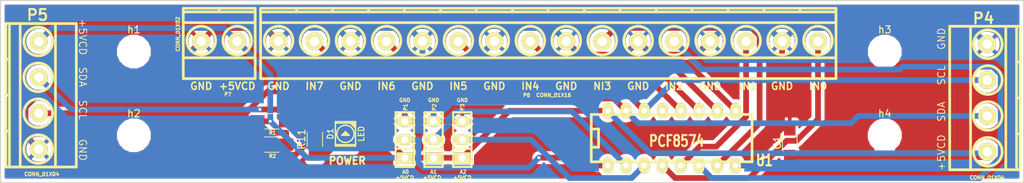
<source format=kicad_pcb>
(kicad_pcb (version 4) (host pcbnew 4.0.6)

  (general
    (links 44)
    (no_connects 0)
    (area 69.774999 76.124999 212.165001 101.675001)
    (thickness 1.6)
    (drawings 40)
    (tracks 159)
    (zones 0)
    (modules 17)
    (nets 17)
  )

  (page A4)
  (layers
    (0 F.Cu signal)
    (31 B.Cu signal)
    (32 B.Adhes user)
    (33 F.Adhes user)
    (34 B.Paste user)
    (35 F.Paste user)
    (36 B.SilkS user)
    (37 F.SilkS user)
    (38 B.Mask user)
    (39 F.Mask user)
    (40 Dwgs.User user)
    (41 Cmts.User user)
    (42 Eco1.User user)
    (43 Eco2.User user)
    (44 Edge.Cuts user)
    (45 Margin user)
    (46 B.CrtYd user)
    (47 F.CrtYd user)
    (48 B.Fab user)
    (49 F.Fab user)
  )

  (setup
    (last_trace_width 0.8)
    (trace_clearance 0.2)
    (zone_clearance 0.508)
    (zone_45_only no)
    (trace_min 0.2)
    (segment_width 0.2)
    (edge_width 0.15)
    (via_size 0.6)
    (via_drill 0.4)
    (via_min_size 0.4)
    (via_min_drill 0.3)
    (uvia_size 0.3)
    (uvia_drill 0.1)
    (uvias_allowed no)
    (uvia_min_size 0.2)
    (uvia_min_drill 0.1)
    (pcb_text_width 0.3)
    (pcb_text_size 1.5 1.5)
    (mod_edge_width 0.15)
    (mod_text_size 1 1)
    (mod_text_width 0.15)
    (pad_size 1.524 1.524)
    (pad_drill 0.762)
    (pad_to_mask_clearance 0.2)
    (aux_axis_origin 0 0)
    (visible_elements 7FFFFFFF)
    (pcbplotparams
      (layerselection 0x010f0_80000001)
      (usegerberextensions false)
      (excludeedgelayer true)
      (linewidth 0.100000)
      (plotframeref false)
      (viasonmask false)
      (mode 1)
      (useauxorigin false)
      (hpglpennumber 1)
      (hpglpenspeed 20)
      (hpglpendiameter 15)
      (hpglpenoverlay 2)
      (psnegative false)
      (psa4output false)
      (plotreference true)
      (plotvalue true)
      (plotinvisibletext false)
      (padsonsilk false)
      (subtractmaskfromsilk false)
      (outputformat 1)
      (mirror false)
      (drillshape 0)
      (scaleselection 1)
      (outputdirectory Gerbers/))
  )

  (net 0 "")
  (net 1 GND)
  (net 2 +5V)
  (net 3 "Net-(P3-Pad2)")
  (net 4 SDA)
  (net 5 SCL)
  (net 6 IN1)
  (net 7 IN2)
  (net 8 IN3)
  (net 9 IN4)
  (net 10 IN5)
  (net 11 IN6)
  (net 12 IN7)
  (net 13 IN8)
  (net 14 "Net-(D1-Pad1)")
  (net 15 "Net-(P1-Pad2)")
  (net 16 "Net-(P2-Pad2)")

  (net_class Default "Esta es la clase de red por defecto."
    (clearance 0.2)
    (trace_width 0.8)
    (via_dia 0.6)
    (via_drill 0.4)
    (uvia_dia 0.3)
    (uvia_drill 0.1)
    (add_net +5V)
    (add_net GND)
    (add_net IN1)
    (add_net IN2)
    (add_net IN3)
    (add_net IN4)
    (add_net IN5)
    (add_net IN6)
    (add_net IN7)
    (add_net IN8)
    (add_net "Net-(D1-Pad1)")
    (add_net "Net-(P1-Pad2)")
    (add_net "Net-(P2-Pad2)")
    (add_net "Net-(P3-Pad2)")
    (add_net SCL)
    (add_net SDA)
  )

  (module Mounting_Holes:MountingHole_3.7mm (layer F.Cu) (tedit 5A739520) (tstamp 5A743039)
    (at 88.392 94.996)
    (descr "Mounting Hole 3.7mm, no annular")
    (tags "mounting hole 3.7mm no annular")
    (attr virtual)
    (fp_text reference h2 (at 0 -3.048) (layer F.SilkS)
      (effects (font (size 1 1) (thickness 0.15)))
    )
    (fp_text value h2 (at 0 3.048) (layer F.Fab)
      (effects (font (size 1 1) (thickness 0.15)))
    )
    (fp_text user %R (at 0.3 0) (layer F.Fab)
      (effects (font (size 1 1) (thickness 0.15)))
    )
    (fp_circle (center 0 0) (end 3.7 0) (layer Cmts.User) (width 0.15))
    (fp_circle (center 0 0) (end 3.95 0) (layer F.CrtYd) (width 0.05))
    (pad 1 np_thru_hole circle (at 0 0) (size 3.7 3.7) (drill 3.7) (layers *.Cu *.Mask))
  )

  (module Mounting_Holes:MountingHole_3.7mm (layer F.Cu) (tedit 5A7394C5) (tstamp 5A743032)
    (at 88.392 83.312)
    (descr "Mounting Hole 3.7mm, no annular")
    (tags "mounting hole 3.7mm no annular")
    (attr virtual)
    (fp_text reference h1 (at 0 -3.048) (layer F.SilkS)
      (effects (font (size 1 1) (thickness 0.15)))
    )
    (fp_text value h1 (at 0 3.048) (layer F.Fab)
      (effects (font (size 1 1) (thickness 0.15)))
    )
    (fp_text user %R (at 0.3 0) (layer F.Fab)
      (effects (font (size 1 1) (thickness 0.15)))
    )
    (fp_circle (center 0 0) (end 3.7 0) (layer Cmts.User) (width 0.15))
    (fp_circle (center 0 0) (end 3.95 0) (layer F.CrtYd) (width 0.05))
    (pad 1 np_thru_hole circle (at 0 0) (size 3.7 3.7) (drill 3.7) (layers *.Cu *.Mask))
  )

  (module w_pth_circuits:dil_16-300 (layer F.Cu) (tedit 58E7C6FE) (tstamp 58DAF182)
    (at 163.154 95.384)
    (descr "IC, DIL16 x 0,3\"")
    (tags DIL)
    (path /58DACA3E)
    (fp_text reference U1 (at 12.9 3.1) (layer F.SilkS)
      (effects (font (size 1.524 1.143) (thickness 0.28702)))
    )
    (fp_text value PCF8574 (at 0.7 0.4) (layer F.SilkS)
      (effects (font (size 1.524 1.143) (thickness 0.28702)))
    )
    (fp_line (start -10.16 -1.27) (end -10.16 1.27) (layer F.SilkS) (width 0.381))
    (fp_line (start 11.176 3.302) (end -11.176 3.302) (layer F.SilkS) (width 0.381))
    (fp_line (start -11.176 -3.302) (end 11.176 -3.302) (layer F.SilkS) (width 0.381))
    (fp_line (start -10.16 1.27) (end -11.176 1.27) (layer F.SilkS) (width 0.381))
    (fp_line (start -10.16 -1.27) (end -11.176 -1.27) (layer F.SilkS) (width 0.381))
    (fp_line (start 11.176 -3.302) (end 11.176 3.302) (layer F.SilkS) (width 0.381))
    (fp_line (start -11.176 3.302) (end -11.176 -3.302) (layer F.SilkS) (width 0.381))
    (pad 1 thru_hole oval (at -8.89 3.81) (size 1.50114 2.19964) (drill 0.8001) (layers *.Cu *.Mask F.SilkS)
      (net 15 "Net-(P1-Pad2)"))
    (pad 2 thru_hole oval (at -6.35 3.81) (size 1.50114 2.19964) (drill 0.8001) (layers *.Cu *.Mask F.SilkS)
      (net 16 "Net-(P2-Pad2)"))
    (pad 3 thru_hole oval (at -3.81 3.81) (size 1.50114 2.19964) (drill 0.8001) (layers *.Cu *.Mask F.SilkS)
      (net 3 "Net-(P3-Pad2)"))
    (pad 4 thru_hole oval (at -1.27 3.81) (size 1.50114 2.19964) (drill 0.8001) (layers *.Cu *.Mask F.SilkS)
      (net 6 IN1))
    (pad 5 thru_hole oval (at 1.27 3.81) (size 1.50114 2.19964) (drill 0.8001) (layers *.Cu *.Mask F.SilkS)
      (net 7 IN2))
    (pad 6 thru_hole oval (at 3.81 3.81) (size 1.50114 2.19964) (drill 0.8001) (layers *.Cu *.Mask F.SilkS)
      (net 8 IN3))
    (pad 7 thru_hole oval (at 6.35 3.81) (size 1.50114 2.19964) (drill 0.8001) (layers *.Cu *.Mask F.SilkS)
      (net 9 IN4))
    (pad 8 thru_hole oval (at 8.89 3.81) (size 1.50114 2.19964) (drill 0.8001) (layers *.Cu *.Mask F.SilkS)
      (net 1 GND))
    (pad 9 thru_hole oval (at 8.89 -3.81) (size 1.50114 2.19964) (drill 0.8001) (layers *.Cu *.Mask F.SilkS)
      (net 10 IN5))
    (pad 10 thru_hole oval (at 6.35 -3.81) (size 1.50114 2.19964) (drill 0.8001) (layers *.Cu *.Mask F.SilkS)
      (net 11 IN6))
    (pad 11 thru_hole oval (at 3.81 -3.81) (size 1.50114 2.19964) (drill 0.8001) (layers *.Cu *.Mask F.SilkS)
      (net 12 IN7))
    (pad 12 thru_hole oval (at 1.27 -3.81) (size 1.50114 2.19964) (drill 0.8001) (layers *.Cu *.Mask F.SilkS)
      (net 13 IN8))
    (pad 13 thru_hole oval (at -1.27 -3.81) (size 1.50114 2.19964) (drill 0.8001) (layers *.Cu *.Mask F.SilkS))
    (pad 14 thru_hole oval (at -3.81 -3.81) (size 1.50114 2.19964) (drill 0.8001) (layers *.Cu *.Mask F.SilkS)
      (net 5 SCL))
    (pad 15 thru_hole oval (at -6.35 -3.81) (size 1.50114 2.19964) (drill 0.8001) (layers *.Cu *.Mask F.SilkS)
      (net 4 SDA))
    (pad 16 thru_hole oval (at -8.89 -3.81) (size 1.50114 2.19964) (drill 0.8001) (layers *.Cu *.Mask F.SilkS)
      (net 2 +5V))
    (model walter/pth_circuits/dil_16-300.wrl
      (at (xyz 0 0 0))
      (scale (xyz 1 1 1))
      (rotate (xyz 0 0 0))
    )
    (model "../../../../../../Users/Eduardo Hernandez/Downloads/Librerias KiCad/walter/pth_circuits/dil_16-300.wrl"
      (at (xyz 0 0 0))
      (scale (xyz 1 1 1))
      (rotate (xyz 0 0 0))
    )
  )

  (module Resistors_SMD:R_1206_HandSoldering (layer F.Cu) (tedit 58DC040B) (tstamp 58DAFD1C)
    (at 107.554 93.034)
    (descr "Resistor SMD 1206, hand soldering")
    (tags "resistor 1206")
    (path /58DACA30)
    (attr smd)
    (fp_text reference R1 (at 0.1 1.6) (layer F.SilkS)
      (effects (font (size 0.5 0.5) (thickness 0.125)))
    )
    (fp_text value 10K (at 0 0) (layer F.Fab)
      (effects (font (size 1 1) (thickness 0.15)))
    )
    (fp_text user %R (at 0.1 1.6) (layer F.Fab)
      (effects (font (size 0.5 0.5) (thickness 0.125)))
    )
    (fp_line (start -1.6 0.8) (end -1.6 -0.8) (layer F.Fab) (width 0.1))
    (fp_line (start 1.6 0.8) (end -1.6 0.8) (layer F.Fab) (width 0.1))
    (fp_line (start 1.6 -0.8) (end 1.6 0.8) (layer F.Fab) (width 0.1))
    (fp_line (start -1.6 -0.8) (end 1.6 -0.8) (layer F.Fab) (width 0.1))
    (fp_line (start 1 1.07) (end -1 1.07) (layer F.SilkS) (width 0.12))
    (fp_line (start -1 -1.07) (end 1 -1.07) (layer F.SilkS) (width 0.12))
    (fp_line (start -3.25 -1.11) (end 3.25 -1.11) (layer F.CrtYd) (width 0.05))
    (fp_line (start -3.25 -1.11) (end -3.25 1.1) (layer F.CrtYd) (width 0.05))
    (fp_line (start 3.25 1.1) (end 3.25 -1.11) (layer F.CrtYd) (width 0.05))
    (fp_line (start 3.25 1.1) (end -3.25 1.1) (layer F.CrtYd) (width 0.05))
    (pad 1 smd rect (at -2 0) (size 2 1.7) (layers F.Cu F.Paste F.Mask)
      (net 2 +5V))
    (pad 2 smd rect (at 2 0) (size 2 1.7) (layers F.Cu F.Paste F.Mask)
      (net 4 SDA))
    (model Resistors_SMD.3dshapes/R_1206.wrl
      (at (xyz 0 0 0))
      (scale (xyz 1 1 1))
      (rotate (xyz 0 0 0))
    )
  )

  (module Resistors_SMD:R_1206_HandSoldering (layer F.Cu) (tedit 58DC0432) (tstamp 58DAFD21)
    (at 107.554 96.284)
    (descr "Resistor SMD 1206, hand soldering")
    (tags "resistor 1206")
    (path /58DACA31)
    (attr smd)
    (fp_text reference R2 (at 0.1 1.6) (layer F.SilkS)
      (effects (font (size 0.5 0.5) (thickness 0.125)))
    )
    (fp_text value 10K (at -0.1 -0.1) (layer F.Fab)
      (effects (font (size 1 1) (thickness 0.15)))
    )
    (fp_text user %R (at 0.1 1.6) (layer F.Fab)
      (effects (font (size 0.5 0.5) (thickness 0.125)))
    )
    (fp_line (start -1.6 0.8) (end -1.6 -0.8) (layer F.Fab) (width 0.1))
    (fp_line (start 1.6 0.8) (end -1.6 0.8) (layer F.Fab) (width 0.1))
    (fp_line (start 1.6 -0.8) (end 1.6 0.8) (layer F.Fab) (width 0.1))
    (fp_line (start -1.6 -0.8) (end 1.6 -0.8) (layer F.Fab) (width 0.1))
    (fp_line (start 1 1.07) (end -1 1.07) (layer F.SilkS) (width 0.12))
    (fp_line (start -1 -1.07) (end 1 -1.07) (layer F.SilkS) (width 0.12))
    (fp_line (start -3.25 -1.11) (end 3.25 -1.11) (layer F.CrtYd) (width 0.05))
    (fp_line (start -3.25 -1.11) (end -3.25 1.1) (layer F.CrtYd) (width 0.05))
    (fp_line (start 3.25 1.1) (end 3.25 -1.11) (layer F.CrtYd) (width 0.05))
    (fp_line (start 3.25 1.1) (end -3.25 1.1) (layer F.CrtYd) (width 0.05))
    (pad 1 smd rect (at -2 0) (size 2 1.7) (layers F.Cu F.Paste F.Mask)
      (net 2 +5V))
    (pad 2 smd rect (at 2 0) (size 2 1.7) (layers F.Cu F.Paste F.Mask)
      (net 5 SCL))
    (model Resistors_SMD.3dshapes/R_1206.wrl
      (at (xyz 0 0 0))
      (scale (xyz 1 1 1))
      (rotate (xyz 0 0 0))
    )
  )

  (module w_conn_mkds:mkds_1,5-16 (layer F.Cu) (tedit 58E41029) (tstamp 58DBDF90)
    (at 146.004 81.884 180)
    (descr "16-way 5mm pitch terminal block, Phoenix MKDS series")
    (path /58DB1961)
    (fp_text reference P6 (at 3 -7.5 180) (layer F.SilkS)
      (effects (font (size 0.5 0.5) (thickness 0.125)))
    )
    (fp_text value CONN_01X16 (at -0.75 -7.5 180) (layer F.SilkS)
      (effects (font (size 0.5 0.5) (thickness 0.125)))
    )
    (fp_circle (center 37.5 0.1) (end 35.5 0.1) (layer F.SilkS) (width 0.381))
    (fp_line (start 35 4.1) (end 35 4.6) (layer F.SilkS) (width 0.381))
    (fp_line (start 30 4.1) (end 30 4.6) (layer F.SilkS) (width 0.381))
    (fp_circle (center 32.5 0.1) (end 30.5 0.1) (layer F.SilkS) (width 0.381))
    (fp_circle (center 27.5 0.1) (end 25.5 0.1) (layer F.SilkS) (width 0.381))
    (fp_line (start 25 4.1) (end 25 4.6) (layer F.SilkS) (width 0.381))
    (fp_line (start 20 4.1) (end 20 4.6) (layer F.SilkS) (width 0.381))
    (fp_circle (center 22.5 0.1) (end 20.5 0.1) (layer F.SilkS) (width 0.381))
    (fp_circle (center 17.5 0.1) (end 15.5 0.1) (layer F.SilkS) (width 0.381))
    (fp_line (start 15 4.1) (end 15 4.6) (layer F.SilkS) (width 0.381))
    (fp_line (start 10 4.1) (end 10 4.6) (layer F.SilkS) (width 0.381))
    (fp_circle (center 12.5 0.1) (end 10.5 0.1) (layer F.SilkS) (width 0.381))
    (fp_circle (center 7.5 0.1) (end 5.5 0.1) (layer F.SilkS) (width 0.381))
    (fp_line (start 5 4.1) (end 5 4.6) (layer F.SilkS) (width 0.381))
    (fp_line (start 0 4.1) (end 0 4.6) (layer F.SilkS) (width 0.381))
    (fp_circle (center 2.5 0.1) (end 0.5 0.1) (layer F.SilkS) (width 0.381))
    (fp_circle (center -2.5 0.1) (end -4.5 0.1) (layer F.SilkS) (width 0.381))
    (fp_line (start -5 4.1) (end -5 4.6) (layer F.SilkS) (width 0.381))
    (fp_line (start -10 4.1) (end -10 4.6) (layer F.SilkS) (width 0.381))
    (fp_circle (center -7.5 0.1) (end -9.5 0.1) (layer F.SilkS) (width 0.381))
    (fp_circle (center -12.5 0.1) (end -14.5 0.1) (layer F.SilkS) (width 0.381))
    (fp_line (start -15 4.1) (end -15 4.6) (layer F.SilkS) (width 0.381))
    (fp_line (start -20 4.1) (end -20 4.6) (layer F.SilkS) (width 0.381))
    (fp_circle (center -17.5 0.1) (end -19.5 0.1) (layer F.SilkS) (width 0.381))
    (fp_line (start -25 4.1) (end -25 4.6) (layer F.SilkS) (width 0.381))
    (fp_circle (center -22.5 0.1) (end -24.5 0.1) (layer F.SilkS) (width 0.381))
    (fp_circle (center -27.5 0.1) (end -29.5 0.1) (layer F.SilkS) (width 0.381))
    (fp_line (start -30 4.1) (end -30 4.6) (layer F.SilkS) (width 0.381))
    (fp_line (start -35 4.1) (end -35 4.6) (layer F.SilkS) (width 0.381))
    (fp_circle (center -32.5 0.1) (end -34.5 0.1) (layer F.SilkS) (width 0.381))
    (fp_circle (center -37.5 0.1) (end -35.5 0.1) (layer F.SilkS) (width 0.381))
    (fp_line (start -40 2.6) (end 40 2.6) (layer F.SilkS) (width 0.381))
    (fp_line (start -40 -2.3) (end 40 -2.3) (layer F.SilkS) (width 0.381))
    (fp_line (start -40 4.1) (end 40 4.1) (layer F.SilkS) (width 0.381))
    (fp_line (start -40 4.6) (end 40 4.6) (layer F.SilkS) (width 0.381))
    (fp_line (start 40 4.6) (end 40 -5.2) (layer F.SilkS) (width 0.381))
    (fp_line (start 40 -5.2) (end -40 -5.2) (layer F.SilkS) (width 0.381))
    (fp_line (start -40 -5.2) (end -40 4.6) (layer F.SilkS) (width 0.381))
    (pad 16 thru_hole circle (at 37.5 0 180) (size 2.5 2.5) (drill 1.3) (layers *.Cu *.Mask F.SilkS)
      (net 1 GND))
    (pad 15 thru_hole circle (at 32.5 0 180) (size 2.5 2.5) (drill 1.3) (layers *.Cu *.Mask F.SilkS)
      (net 13 IN8))
    (pad 14 thru_hole circle (at 27.5 0 180) (size 2.5 2.5) (drill 1.3) (layers *.Cu *.Mask F.SilkS)
      (net 1 GND))
    (pad 13 thru_hole circle (at 22.5 0 180) (size 2.5 2.5) (drill 1.3) (layers *.Cu *.Mask F.SilkS)
      (net 12 IN7))
    (pad 12 thru_hole circle (at 17.5 0 180) (size 2.5 2.5) (drill 1.3) (layers *.Cu *.Mask F.SilkS)
      (net 1 GND))
    (pad 11 thru_hole circle (at 12.5 0 180) (size 2.5 2.5) (drill 1.3) (layers *.Cu *.Mask F.SilkS)
      (net 11 IN6))
    (pad 10 thru_hole circle (at 7.5 0 180) (size 2.5 2.5) (drill 1.3) (layers *.Cu *.Mask F.SilkS)
      (net 1 GND))
    (pad 9 thru_hole circle (at 2.5 0 180) (size 2.5 2.5) (drill 1.3) (layers *.Cu *.Mask F.SilkS)
      (net 10 IN5))
    (pad 8 thru_hole circle (at -2.5 0 180) (size 2.5 2.5) (drill 1.3) (layers *.Cu *.Mask F.SilkS)
      (net 1 GND))
    (pad 7 thru_hole circle (at -7.5 0 180) (size 2.5 2.5) (drill 1.3) (layers *.Cu *.Mask F.SilkS)
      (net 9 IN4))
    (pad 6 thru_hole circle (at -12.5 0 180) (size 2.5 2.5) (drill 1.3) (layers *.Cu *.Mask F.SilkS)
      (net 1 GND))
    (pad 5 thru_hole circle (at -17.5 0 180) (size 2.5 2.5) (drill 1.3) (layers *.Cu *.Mask F.SilkS)
      (net 8 IN3))
    (pad 4 thru_hole circle (at -22.5 0 180) (size 2.5 2.5) (drill 1.3) (layers *.Cu *.Mask F.SilkS)
      (net 1 GND))
    (pad 3 thru_hole circle (at -27.5 0 180) (size 2.5 2.5) (drill 1.3) (layers *.Cu *.Mask F.SilkS)
      (net 7 IN2))
    (pad 1 thru_hole circle (at -37.5 0 180) (size 2.5 2.5) (drill 1.3) (layers *.Cu *.Mask F.SilkS)
      (net 6 IN1))
    (pad 2 thru_hole circle (at -32.5 0 180) (size 2.5 2.5) (drill 1.3) (layers *.Cu *.Mask F.SilkS)
      (net 1 GND))
    (model walter/conn_mkds/mkds_1,5-16.wrl
      (at (xyz 0 0 0))
      (scale (xyz 1 1 1))
      (rotate (xyz 0 0 0))
    )
  )

  (module w_conn_mkds:mkds_1,5-2 (layer F.Cu) (tedit 58E7CA29) (tstamp 58DBE5A1)
    (at 100.254 81.884 180)
    (descr "2-way 5mm pitch terminal block, Phoenix MKDS series")
    (path /58DC0B71)
    (fp_text reference P7 (at -1.2 -7.4 180) (layer F.SilkS)
      (effects (font (size 0.5 0.5) (thickness 0.125)))
    )
    (fp_text value CONN_01X02 (at 5.75 1 270) (layer F.SilkS)
      (effects (font (size 0.5 0.5) (thickness 0.125)))
    )
    (fp_line (start 0 4.1) (end 0 4.6) (layer F.SilkS) (width 0.381))
    (fp_circle (center 2.5 0.1) (end 0.5 0.1) (layer F.SilkS) (width 0.381))
    (fp_circle (center -2.5 0.1) (end -0.5 0.1) (layer F.SilkS) (width 0.381))
    (fp_line (start -5 2.6) (end 5 2.6) (layer F.SilkS) (width 0.381))
    (fp_line (start -5 -2.3) (end 5 -2.3) (layer F.SilkS) (width 0.381))
    (fp_line (start -5 4.1) (end 5 4.1) (layer F.SilkS) (width 0.381))
    (fp_line (start -5 4.6) (end 5 4.6) (layer F.SilkS) (width 0.381))
    (fp_line (start 5 4.6) (end 5 -5.2) (layer F.SilkS) (width 0.381))
    (fp_line (start 5 -5.2) (end -5 -5.2) (layer F.SilkS) (width 0.381))
    (fp_line (start -5 -5.2) (end -5 4.6) (layer F.SilkS) (width 0.381))
    (pad 1 thru_hole circle (at -2.5 0 180) (size 2.5 2.5) (drill 1.3) (layers *.Cu *.Mask F.SilkS)
      (net 2 +5V))
    (pad 2 thru_hole circle (at 2.5 0 180) (size 2.5 2.5) (drill 1.3) (layers *.Cu *.Mask F.SilkS)
      (net 1 GND))
    (model walter/conn_mkds/mkds_1,5-2.wrl
      (at (xyz 0 0 0))
      (scale (xyz 1 1 1))
      (rotate (xyz 0 0 0))
    )
  )

  (module w_smd_leds:Led_PLCC2_3528 (layer F.Cu) (tedit 0) (tstamp 58DBED73)
    (at 117.804 94.784 90)
    (descr "3528 PLCC2 SMD led")
    (path /58DC5F40)
    (fp_text reference D1 (at 0 -2.10058 90) (layer F.SilkS)
      (effects (font (size 0.8001 0.8001) (thickness 0.14986)))
    )
    (fp_text value LED (at 0 2.19964 90) (layer F.SilkS)
      (effects (font (size 0.8001 0.8001) (thickness 0.14986)))
    )
    (fp_line (start 0.09906 0.20066) (end 0.09906 -0.20066) (layer F.SilkS) (width 0.19812))
    (fp_line (start -0.09906 0.29972) (end -0.09906 -0.29972) (layer F.SilkS) (width 0.19812))
    (fp_line (start 1.50114 1.39954) (end 1.50114 -1.39954) (layer F.SilkS) (width 0.19812))
    (fp_line (start -1.50114 -1.39954) (end -1.50114 1.39954) (layer F.SilkS) (width 0.19812))
    (fp_circle (center 0 0) (end -1.19888 0) (layer F.SilkS) (width 0.19812))
    (fp_line (start -0.19812 -0.50038) (end -0.19812 0.50038) (layer F.SilkS) (width 0.19812))
    (fp_line (start -0.19812 0.50038) (end 0.29972 0) (layer F.SilkS) (width 0.19812))
    (fp_line (start 0.29972 0) (end -0.19812 -0.50038) (layer F.SilkS) (width 0.19812))
    (fp_line (start 0.8001 1.39954) (end 1.4986 0.70104) (layer F.SilkS) (width 0.19812))
    (fp_line (start 1.19888 1.39954) (end 1.4986 1.09982) (layer F.SilkS) (width 0.19812))
    (fp_line (start 1.4986 1.19888) (end 1.30048 1.39954) (layer F.SilkS) (width 0.19812))
    (fp_line (start 0.99822 1.39954) (end 1.4986 0.89916) (layer F.SilkS) (width 0.19812))
    (fp_line (start -1.69926 -1.39954) (end -1.69926 1.39954) (layer F.SilkS) (width 0.19812))
    (fp_line (start -1.69926 1.39954) (end 1.69926 1.39954) (layer F.SilkS) (width 0.19812))
    (fp_line (start 1.69926 1.39954) (end 1.69926 -1.39954) (layer F.SilkS) (width 0.19812))
    (fp_line (start 1.69926 -1.397) (end -1.69926 -1.397) (layer F.SilkS) (width 0.19812))
    (pad 1 smd rect (at -1.4986 0 90) (size 1.79578 2.69748) (layers F.Cu F.Paste F.Mask)
      (net 14 "Net-(D1-Pad1)"))
    (pad 2 smd rect (at 1.4986 0 90) (size 1.79578 2.69748) (layers F.Cu F.Paste F.Mask)
      (net 2 +5V))
    (model walter/smd_leds/led_plcc2_3528.wrl
      (at (xyz 0 0 0))
      (scale (xyz 1 1 1))
      (rotate (xyz 0 0 0))
    )
  )

  (module Resistors_SMD:R_1206_HandSoldering (layer F.Cu) (tedit 58DBEEF3) (tstamp 58DBED79)
    (at 113.554 95.534 90)
    (descr "Resistor SMD 1206, hand soldering")
    (tags "resistor 1206")
    (path /58DC6066)
    (attr smd)
    (fp_text reference R11 (at 0 -1.85 90) (layer F.SilkS)
      (effects (font (size 1 1) (thickness 0.15)))
    )
    (fp_text value 330 (at -0.1 -0.1 90) (layer F.Fab)
      (effects (font (size 1 1) (thickness 0.15)))
    )
    (fp_text user %R (at 0 -1.85 90) (layer F.Fab)
      (effects (font (size 1 1) (thickness 0.15)))
    )
    (fp_line (start -1.6 0.8) (end -1.6 -0.8) (layer F.Fab) (width 0.1))
    (fp_line (start 1.6 0.8) (end -1.6 0.8) (layer F.Fab) (width 0.1))
    (fp_line (start 1.6 -0.8) (end 1.6 0.8) (layer F.Fab) (width 0.1))
    (fp_line (start -1.6 -0.8) (end 1.6 -0.8) (layer F.Fab) (width 0.1))
    (fp_line (start 1 1.07) (end -1 1.07) (layer F.SilkS) (width 0.12))
    (fp_line (start -1 -1.07) (end 1 -1.07) (layer F.SilkS) (width 0.12))
    (fp_line (start -3.25 -1.11) (end 3.25 -1.11) (layer F.CrtYd) (width 0.05))
    (fp_line (start -3.25 -1.11) (end -3.25 1.1) (layer F.CrtYd) (width 0.05))
    (fp_line (start 3.25 1.1) (end 3.25 -1.11) (layer F.CrtYd) (width 0.05))
    (fp_line (start 3.25 1.1) (end -3.25 1.1) (layer F.CrtYd) (width 0.05))
    (pad 1 smd rect (at -2 0 90) (size 2 1.7) (layers F.Cu F.Paste F.Mask)
      (net 14 "Net-(D1-Pad1)"))
    (pad 2 smd rect (at 2 0 90) (size 2 1.7) (layers F.Cu F.Paste F.Mask)
      (net 1 GND))
    (model Resistors_SMD.3dshapes/R_1206.wrl
      (at (xyz 0 0 0))
      (scale (xyz 1 1 1))
      (rotate (xyz 0 0 0))
    )
  )

  (module w_conn_mkds:mkds_1,5-4 (layer F.Cu) (tedit 58E7C858) (tstamp 58E7C753)
    (at 207.01 89.789 90)
    (descr "4-way 5mm pitch terminal block, Phoenix MKDS series")
    (path /58DADD39)
    (fp_text reference P4 (at 11.1 -0.5 180) (layer F.SilkS)
      (effects (font (size 1.5 1.5) (thickness 0.3)))
    )
    (fp_text value CONN_01X04 (at -11.1 0 180) (layer F.SilkS)
      (effects (font (size 0.5 0.5) (thickness 0.125)))
    )
    (fp_line (start 5 4.1) (end 5 4.6) (layer F.SilkS) (width 0.381))
    (fp_circle (center 7.5 0.1) (end 5.5 0.1) (layer F.SilkS) (width 0.381))
    (fp_circle (center 2.5 0.1) (end 0.5 0.1) (layer F.SilkS) (width 0.381))
    (fp_line (start 0 4.1) (end 0 4.6) (layer F.SilkS) (width 0.381))
    (fp_line (start -5 4.1) (end -5 4.6) (layer F.SilkS) (width 0.381))
    (fp_circle (center -2.5 0.1) (end -4.5 0.1) (layer F.SilkS) (width 0.381))
    (fp_circle (center -7.5 0.1) (end -5.5 0.1) (layer F.SilkS) (width 0.381))
    (fp_line (start -10 2.6) (end 10 2.6) (layer F.SilkS) (width 0.381))
    (fp_line (start -10 -2.3) (end 10 -2.3) (layer F.SilkS) (width 0.381))
    (fp_line (start -10 4.1) (end 10 4.1) (layer F.SilkS) (width 0.381))
    (fp_line (start -10 4.6) (end 10 4.6) (layer F.SilkS) (width 0.381))
    (fp_line (start 10 4.6) (end 10 -5.2) (layer F.SilkS) (width 0.381))
    (fp_line (start 10 -5.2) (end -10 -5.2) (layer F.SilkS) (width 0.381))
    (fp_line (start -10 -5.2) (end -10 4.6) (layer F.SilkS) (width 0.381))
    (pad 4 thru_hole circle (at 7.5 0 90) (size 2.5 2.5) (drill 1.3) (layers *.Cu *.Mask F.SilkS)
      (net 1 GND))
    (pad 3 thru_hole circle (at 2.5 0 90) (size 2.5 2.5) (drill 1.3) (layers *.Cu *.Mask F.SilkS)
      (net 5 SCL))
    (pad 1 thru_hole circle (at -7.5 0 90) (size 2.5 2.5) (drill 1.3) (layers *.Cu *.Mask F.SilkS)
      (net 2 +5V))
    (pad 2 thru_hole circle (at -2.5 0 90) (size 2.5 2.5) (drill 1.3) (layers *.Cu *.Mask F.SilkS)
      (net 4 SDA))
    (model walter/conn_mkds/mkds_1,5-4.wrl
      (at (xyz 0 0 0))
      (scale (xyz 1 1 1))
      (rotate (xyz 0 0 0))
    )
  )

  (module w_conn_mkds:mkds_1,5-4 (layer F.Cu) (tedit 58E7C867) (tstamp 58E7C75A)
    (at 75.184 89.408 270)
    (descr "4-way 5mm pitch terminal block, Phoenix MKDS series")
    (path /58DAED46)
    (fp_text reference P5 (at -11.2 0.2 360) (layer F.SilkS)
      (effects (font (size 1.5 1.5) (thickness 0.3)))
    )
    (fp_text value CONN_01X04 (at 11 -0.4 360) (layer F.SilkS)
      (effects (font (size 0.5 0.5) (thickness 0.125)))
    )
    (fp_line (start 5 4.1) (end 5 4.6) (layer F.SilkS) (width 0.381))
    (fp_circle (center 7.5 0.1) (end 5.5 0.1) (layer F.SilkS) (width 0.381))
    (fp_circle (center 2.5 0.1) (end 0.5 0.1) (layer F.SilkS) (width 0.381))
    (fp_line (start 0 4.1) (end 0 4.6) (layer F.SilkS) (width 0.381))
    (fp_line (start -5 4.1) (end -5 4.6) (layer F.SilkS) (width 0.381))
    (fp_circle (center -2.5 0.1) (end -4.5 0.1) (layer F.SilkS) (width 0.381))
    (fp_circle (center -7.5 0.1) (end -5.5 0.1) (layer F.SilkS) (width 0.381))
    (fp_line (start -10 2.6) (end 10 2.6) (layer F.SilkS) (width 0.381))
    (fp_line (start -10 -2.3) (end 10 -2.3) (layer F.SilkS) (width 0.381))
    (fp_line (start -10 4.1) (end 10 4.1) (layer F.SilkS) (width 0.381))
    (fp_line (start -10 4.6) (end 10 4.6) (layer F.SilkS) (width 0.381))
    (fp_line (start 10 4.6) (end 10 -5.2) (layer F.SilkS) (width 0.381))
    (fp_line (start 10 -5.2) (end -10 -5.2) (layer F.SilkS) (width 0.381))
    (fp_line (start -10 -5.2) (end -10 4.6) (layer F.SilkS) (width 0.381))
    (pad 4 thru_hole circle (at 7.5 0 270) (size 2.5 2.5) (drill 1.3) (layers *.Cu *.Mask F.SilkS)
      (net 1 GND))
    (pad 3 thru_hole circle (at 2.5 0 270) (size 2.5 2.5) (drill 1.3) (layers *.Cu *.Mask F.SilkS)
      (net 5 SCL))
    (pad 1 thru_hole circle (at -7.5 0 270) (size 2.5 2.5) (drill 1.3) (layers *.Cu *.Mask F.SilkS)
      (net 2 +5V))
    (pad 2 thru_hole circle (at -2.5 0 270) (size 2.5 2.5) (drill 1.3) (layers *.Cu *.Mask F.SilkS)
      (net 4 SDA))
    (model walter/conn_mkds/mkds_1,5-4.wrl
      (at (xyz 0 0 0))
      (scale (xyz 1 1 1))
      (rotate (xyz 0 0 0))
    )
  )

  (module w_pin_strip:pin_strip_3 (layer F.Cu) (tedit 59373030) (tstamp 59372E3E)
    (at 126.054 95.584 90)
    (descr "Pin strip 3pin")
    (tags "CONN DEV")
    (path /58DB13C8)
    (fp_text reference P1 (at 4.5 0.1 90) (layer F.SilkS)
      (effects (font (size 0.5 0.5) (thickness 0.125)))
    )
    (fp_text value CONN_01X03 (at 0.2 -1.8 90) (layer F.SilkS) hide
      (effects (font (size 0.5 0.5) (thickness 0.125)))
    )
    (fp_line (start -1.27 1.27) (end -1.27 -1.27) (layer F.SilkS) (width 0.3048))
    (fp_line (start -3.81 -1.27) (end 3.81 -1.27) (layer F.SilkS) (width 0.3048))
    (fp_line (start 3.81 -1.27) (end 3.81 1.27) (layer F.SilkS) (width 0.3048))
    (fp_line (start 3.81 1.27) (end -3.81 1.27) (layer F.SilkS) (width 0.3048))
    (fp_line (start -3.81 1.27) (end -3.81 -1.27) (layer F.SilkS) (width 0.3048))
    (pad 1 thru_hole rect (at -2.54 0 90) (size 1.524 2.19964) (drill 1.00076) (layers *.Cu *.Mask F.SilkS)
      (net 2 +5V))
    (pad 2 thru_hole oval (at 0 0 90) (size 1.524 2.19964) (drill 1.00076) (layers *.Cu *.Mask F.SilkS)
      (net 15 "Net-(P1-Pad2)"))
    (pad 3 thru_hole oval (at 2.54 0 90) (size 1.524 2.19964) (drill 1.00076) (layers *.Cu *.Mask F.SilkS)
      (net 1 GND))
    (model walter/pin_strip/pin_strip_3.wrl
      (at (xyz 0 0 0))
      (scale (xyz 1 1 1))
      (rotate (xyz 0 0 0))
    )
  )

  (module w_pin_strip:pin_strip_3 (layer F.Cu) (tedit 59373034) (tstamp 59372F5D)
    (at 130.054 95.584 90)
    (descr "Pin strip 3pin")
    (tags "CONN DEV")
    (path /58DB1836)
    (fp_text reference P2 (at 4.5 0.1 90) (layer F.SilkS)
      (effects (font (size 0.5 0.5) (thickness 0.125)))
    )
    (fp_text value CONN_01X03 (at 0.2 -1.8 90) (layer F.SilkS) hide
      (effects (font (size 0.5 0.5) (thickness 0.125)))
    )
    (fp_line (start -1.27 1.27) (end -1.27 -1.27) (layer F.SilkS) (width 0.3048))
    (fp_line (start -3.81 -1.27) (end 3.81 -1.27) (layer F.SilkS) (width 0.3048))
    (fp_line (start 3.81 -1.27) (end 3.81 1.27) (layer F.SilkS) (width 0.3048))
    (fp_line (start 3.81 1.27) (end -3.81 1.27) (layer F.SilkS) (width 0.3048))
    (fp_line (start -3.81 1.27) (end -3.81 -1.27) (layer F.SilkS) (width 0.3048))
    (pad 1 thru_hole rect (at -2.54 0 90) (size 1.524 2.19964) (drill 1.00076) (layers *.Cu *.Mask F.SilkS)
      (net 2 +5V))
    (pad 2 thru_hole oval (at 0 0 90) (size 1.524 2.19964) (drill 1.00076) (layers *.Cu *.Mask F.SilkS)
      (net 16 "Net-(P2-Pad2)"))
    (pad 3 thru_hole oval (at 2.54 0 90) (size 1.524 2.19964) (drill 1.00076) (layers *.Cu *.Mask F.SilkS)
      (net 1 GND))
    (model walter/pin_strip/pin_strip_3.wrl
      (at (xyz 0 0 0))
      (scale (xyz 1 1 1))
      (rotate (xyz 0 0 0))
    )
  )

  (module w_pin_strip:pin_strip_3 (layer F.Cu) (tedit 59373038) (tstamp 59372F63)
    (at 134.054 95.584 90)
    (descr "Pin strip 3pin")
    (tags "CONN DEV")
    (path /58DB2882)
    (fp_text reference P3 (at 4.5 0 90) (layer F.SilkS)
      (effects (font (size 0.5 0.5) (thickness 0.125)))
    )
    (fp_text value CONN_01X03 (at 0.2 -1.8 90) (layer F.SilkS) hide
      (effects (font (size 0.5 0.5) (thickness 0.125)))
    )
    (fp_line (start -1.27 1.27) (end -1.27 -1.27) (layer F.SilkS) (width 0.3048))
    (fp_line (start -3.81 -1.27) (end 3.81 -1.27) (layer F.SilkS) (width 0.3048))
    (fp_line (start 3.81 -1.27) (end 3.81 1.27) (layer F.SilkS) (width 0.3048))
    (fp_line (start 3.81 1.27) (end -3.81 1.27) (layer F.SilkS) (width 0.3048))
    (fp_line (start -3.81 1.27) (end -3.81 -1.27) (layer F.SilkS) (width 0.3048))
    (pad 1 thru_hole rect (at -2.54 0 90) (size 1.524 2.19964) (drill 1.00076) (layers *.Cu *.Mask F.SilkS)
      (net 2 +5V))
    (pad 2 thru_hole oval (at 0 0 90) (size 1.524 2.19964) (drill 1.00076) (layers *.Cu *.Mask F.SilkS)
      (net 3 "Net-(P3-Pad2)"))
    (pad 3 thru_hole oval (at 2.54 0 90) (size 1.524 2.19964) (drill 1.00076) (layers *.Cu *.Mask F.SilkS)
      (net 1 GND))
    (model walter/pin_strip/pin_strip_3.wrl
      (at (xyz 0 0 0))
      (scale (xyz 1 1 1))
      (rotate (xyz 0 0 0))
    )
  )

  (module Capacitors_SMD:C_1206_HandSoldering (layer F.Cu) (tedit 58AA84D1) (tstamp 5A738DAA)
    (at 179.578 96.012 90)
    (descr "Capacitor SMD 1206, hand soldering")
    (tags "capacitor 1206")
    (path /58DBE0D8)
    (attr smd)
    (fp_text reference C1 (at 0 -1.75 90) (layer F.SilkS)
      (effects (font (size 1 1) (thickness 0.15)))
    )
    (fp_text value 100nF (at 0 2 90) (layer F.Fab)
      (effects (font (size 1 1) (thickness 0.15)))
    )
    (fp_text user %R (at 0 -1.75 90) (layer F.Fab)
      (effects (font (size 1 1) (thickness 0.15)))
    )
    (fp_line (start -1.6 0.8) (end -1.6 -0.8) (layer F.Fab) (width 0.1))
    (fp_line (start 1.6 0.8) (end -1.6 0.8) (layer F.Fab) (width 0.1))
    (fp_line (start 1.6 -0.8) (end 1.6 0.8) (layer F.Fab) (width 0.1))
    (fp_line (start -1.6 -0.8) (end 1.6 -0.8) (layer F.Fab) (width 0.1))
    (fp_line (start 1 -1.02) (end -1 -1.02) (layer F.SilkS) (width 0.12))
    (fp_line (start -1 1.02) (end 1 1.02) (layer F.SilkS) (width 0.12))
    (fp_line (start -3.25 -1.05) (end 3.25 -1.05) (layer F.CrtYd) (width 0.05))
    (fp_line (start -3.25 -1.05) (end -3.25 1.05) (layer F.CrtYd) (width 0.05))
    (fp_line (start 3.25 1.05) (end 3.25 -1.05) (layer F.CrtYd) (width 0.05))
    (fp_line (start 3.25 1.05) (end -3.25 1.05) (layer F.CrtYd) (width 0.05))
    (pad 1 smd rect (at -2 0 90) (size 2 1.6) (layers F.Cu F.Paste F.Mask)
      (net 2 +5V))
    (pad 2 smd rect (at 2 0 90) (size 2 1.6) (layers F.Cu F.Paste F.Mask)
      (net 1 GND))
    (model Capacitors_SMD.3dshapes/C_1206.wrl
      (at (xyz 0 0 0))
      (scale (xyz 1 1 1))
      (rotate (xyz 0 0 0))
    )
  )

  (module Mounting_Holes:MountingHole_3.7mm (layer F.Cu) (tedit 5A739B5D) (tstamp 5A7393ED)
    (at 192.786 83.312)
    (descr "Mounting Hole 3.7mm, no annular")
    (tags "mounting hole 3.7mm no annular")
    (attr virtual)
    (fp_text reference h3 (at 0 -3.048) (layer F.SilkS)
      (effects (font (size 1 1) (thickness 0.15)))
    )
    (fp_text value h3 (at 0 3.048) (layer F.Fab)
      (effects (font (size 1 1) (thickness 0.15)))
    )
    (fp_text user %R (at 0.3 0) (layer F.Fab)
      (effects (font (size 1 1) (thickness 0.15)))
    )
    (fp_circle (center 0 0) (end 3.7 0) (layer Cmts.User) (width 0.15))
    (fp_circle (center 0 0) (end 3.95 0) (layer F.CrtYd) (width 0.05))
    (pad 1 np_thru_hole circle (at 0 0) (size 3.7 3.7) (drill 3.7) (layers *.Cu *.Mask))
  )

  (module Mounting_Holes:MountingHole_3.7mm (layer F.Cu) (tedit 5A739B69) (tstamp 5A7394E2)
    (at 192.786 94.996)
    (descr "Mounting Hole 3.7mm, no annular")
    (tags "mounting hole 3.7mm no annular")
    (attr virtual)
    (fp_text reference h4 (at 0 -3.048) (layer F.SilkS)
      (effects (font (size 1 1) (thickness 0.15)))
    )
    (fp_text value h4 (at 0 3.048) (layer F.Fab)
      (effects (font (size 1 1) (thickness 0.15)))
    )
    (fp_text user %R (at 0.3 0) (layer F.Fab)
      (effects (font (size 1 1) (thickness 0.15)))
    )
    (fp_circle (center 0 0) (end 3.7 0) (layer Cmts.User) (width 0.15))
    (fp_circle (center 0 0) (end 3.95 0) (layer F.CrtYd) (width 0.05))
    (pad 1 np_thru_hole circle (at 0 0) (size 3.7 3.7) (drill 3.7) (layers *.Cu *.Mask))
  )

  (gr_line (start 212.09 76.2) (end 69.85 76.2) (angle 90) (layer Edge.Cuts) (width 0.15))
  (gr_line (start 212.09 101.6) (end 212.09 76.2) (angle 90) (layer Edge.Cuts) (width 0.15))
  (gr_line (start 69.85 101.6) (end 212.09 101.6) (angle 90) (layer Edge.Cuts) (width 0.15))
  (gr_line (start 69.85 76.2) (end 69.85 101.6) (angle 90) (layer Edge.Cuts) (width 0.15))
  (gr_text +5VCD (at 134.054 100.884) (layer F.SilkS)
    (effects (font (size 0.5 0.5) (thickness 0.125)))
  )
  (gr_text +5VCD (at 129.854 100.884) (layer F.SilkS)
    (effects (font (size 0.5 0.5) (thickness 0.125)))
  )
  (gr_text +5VCD (at 126.054 100.884) (layer F.SilkS)
    (effects (font (size 0.5 0.5) (thickness 0.125)))
  )
  (gr_text GND (at 126.054 90.084) (layer F.SilkS)
    (effects (font (size 0.5 0.5) (thickness 0.125)))
  )
  (gr_text GND (at 134.054 90.084) (layer F.SilkS)
    (effects (font (size 0.5 0.5) (thickness 0.125)))
  )
  (gr_text GND (at 130.054 90.084) (layer F.SilkS)
    (effects (font (size 0.5 0.5) (thickness 0.125)))
  )
  (gr_text POWER (at 118.054 98.534) (layer F.SilkS)
    (effects (font (size 1 1) (thickness 0.25)))
  )
  (gr_text +5VCD (at 102.754 88.134) (layer F.SilkS)
    (effects (font (size 1 1) (thickness 0.2)))
  )
  (gr_text GND (at 97.754 88.134) (layer F.SilkS)
    (effects (font (size 1 1) (thickness 0.2)))
  )
  (gr_text IN0 (at 183.504 88.134) (layer F.SilkS)
    (effects (font (size 1 1) (thickness 0.2)))
  )
  (gr_text GND (at 178.504 88.134) (layer F.SilkS)
    (effects (font (size 1 1) (thickness 0.2)))
  )
  (gr_text IN1 (at 173.754 88.134) (layer F.SilkS)
    (effects (font (size 1 1) (thickness 0.2)))
  )
  (gr_text GND (at 168.504 88.134) (layer F.SilkS)
    (effects (font (size 1 1) (thickness 0.2)))
  )
  (gr_text IN2 (at 163.504 88.134) (layer F.SilkS)
    (effects (font (size 1 1) (thickness 0.2)))
  )
  (gr_text GND (at 158.504 88.134) (layer F.SilkS)
    (effects (font (size 1 1) (thickness 0.2)))
  )
  (gr_text NI3 (at 153.504 88.134) (layer F.SilkS)
    (effects (font (size 1 1) (thickness 0.2)))
  )
  (gr_text GND (at 148.504 88.134) (layer F.SilkS)
    (effects (font (size 1 1) (thickness 0.2)))
  )
  (gr_text IN4 (at 143.504 88.134) (layer F.SilkS)
    (effects (font (size 1 1) (thickness 0.2)))
  )
  (gr_text GND (at 138.504 88.134) (layer F.SilkS)
    (effects (font (size 1 1) (thickness 0.2)))
  )
  (gr_text IN5 (at 133.504 88.134) (layer F.SilkS)
    (effects (font (size 1 1) (thickness 0.2)))
  )
  (gr_text GND (at 128.504 88.134) (layer F.SilkS)
    (effects (font (size 1 1) (thickness 0.2)))
  )
  (gr_text IN6 (at 123.504 88.134) (layer F.SilkS)
    (effects (font (size 1 1) (thickness 0.2)))
  )
  (gr_text GND (at 118.504 88.134) (layer F.SilkS)
    (effects (font (size 1 1) (thickness 0.2)))
  )
  (gr_text IN7 (at 113.504 88.134) (layer F.SilkS)
    (effects (font (size 1 1) (thickness 0.2)))
  )
  (gr_text GND (at 108.504 88.134) (layer F.SilkS)
    (effects (font (size 1 1) (thickness 0.2)))
  )
  (gr_text GND (at 200.66 81.534 90) (layer F.SilkS)
    (effects (font (size 1 1) (thickness 0.125)))
  )
  (gr_text SCL (at 200.66 86.614 90) (layer F.SilkS)
    (effects (font (size 1 1) (thickness 0.125)))
  )
  (gr_text SDA (at 200.66 91.694 90) (layer F.SilkS)
    (effects (font (size 1 1) (thickness 0.125)))
  )
  (gr_text +5VCD (at 200.66 97.409 90) (layer F.SilkS)
    (effects (font (size 1 1) (thickness 0.125)))
  )
  (gr_text A2 (at 134.154 100.084) (layer F.SilkS)
    (effects (font (size 0.5 0.5) (thickness 0.125)))
  )
  (gr_text A1 (at 130.054 100.084) (layer F.SilkS)
    (effects (font (size 0.5 0.5) (thickness 0.125)))
  )
  (gr_text A0 (at 126.154 100.084) (layer F.SilkS)
    (effects (font (size 0.5 0.5) (thickness 0.125)))
  )
  (gr_text GND (at 81.28 97.028 270) (layer F.SilkS)
    (effects (font (size 1 1) (thickness 0.125)))
  )
  (gr_text SCL (at 81.28 91.44 270) (layer F.SilkS)
    (effects (font (size 1 1) (thickness 0.125)))
  )
  (gr_text SDA (at 81.28 86.868 270) (layer F.SilkS)
    (effects (font (size 1 1) (thickness 0.125)))
  )
  (gr_text +5VCD (at 81.28 81.28 270) (layer F.SilkS)
    (effects (font (size 1 1) (thickness 0.125)))
  )

  (segment (start 134.054 93.044) (end 130.054 93.044) (width 0.8) (layer F.Cu) (net 1))
  (segment (start 130.054 93.044) (end 130.054 91.482) (width 0.8) (layer B.Cu) (net 1))
  (segment (start 130.054 91.482) (end 130.054 86.3439) (width 0.8) (layer B.Cu) (net 1))
  (segment (start 134.0441 86.3439) (end 130.054 86.3439) (width 0.8) (layer B.Cu) (net 1))
  (segment (start 138.504 81.884) (end 134.0441 86.3439) (width 0.8) (layer B.Cu) (net 1))
  (segment (start 178.504 81.884) (end 178.504 94.012) (width 0.8) (layer F.Cu) (net 1))
  (segment (start 179.578 94.012) (end 178.591 94.012) (width 0.8) (layer F.Cu) (net 1))
  (segment (start 178.591 94.012) (end 178.504 94.012) (width 0.8) (layer F.Cu) (net 1))
  (segment (start 173.5946 98.9214) (end 173.5946 99.194) (width 0.8) (layer F.Cu) (net 1))
  (segment (start 178.504 94.012) (end 173.5946 98.9214) (width 0.8) (layer F.Cu) (net 1))
  (segment (start 172.044 99.194) (end 173.5946 99.194) (width 0.8) (layer F.Cu) (net 1))
  (segment (start 73.3302 95.0542) (end 75.184 96.908) (width 0.8) (layer F.Cu) (net 1))
  (segment (start 73.3302 91.0741) (end 73.3302 95.0542) (width 0.8) (layer F.Cu) (net 1))
  (segment (start 74.9963 89.408) (end 73.3302 91.0741) (width 0.8) (layer F.Cu) (net 1))
  (segment (start 90.23 89.408) (end 74.9963 89.408) (width 0.8) (layer F.Cu) (net 1))
  (segment (start 97.754 81.884) (end 90.23 89.408) (width 0.8) (layer F.Cu) (net 1))
  (segment (start 113.554 93.534) (end 115.204 93.534) (width 0.8) (layer F.Cu) (net 1))
  (segment (start 130.054 93.044) (end 126.054 93.044) (width 0.8) (layer F.Cu) (net 1))
  (segment (start 115.204 92.709) (end 115.204 93.534) (width 0.8) (layer F.Cu) (net 1))
  (segment (start 116.431 91.482) (end 115.204 92.709) (width 0.8) (layer F.Cu) (net 1))
  (segment (start 126.054 91.482) (end 116.431 91.482) (width 0.8) (layer F.Cu) (net 1))
  (segment (start 126.054 93.044) (end 126.054 91.482) (width 0.8) (layer F.Cu) (net 1))
  (segment (start 110.3818 80.0062) (end 108.504 81.884) (width 0.8) (layer B.Cu) (net 1))
  (segment (start 116.6262 80.0062) (end 110.3818 80.0062) (width 0.8) (layer B.Cu) (net 1))
  (segment (start 118.504 81.884) (end 116.6262 80.0062) (width 0.8) (layer B.Cu) (net 1))
  (segment (start 150.3554 83.7354) (end 148.504 81.884) (width 0.8) (layer F.Cu) (net 1))
  (segment (start 156.6526 83.7354) (end 150.3554 83.7354) (width 0.8) (layer F.Cu) (net 1))
  (segment (start 158.504 81.884) (end 156.6526 83.7354) (width 0.8) (layer F.Cu) (net 1))
  (segment (start 160.3554 83.7354) (end 158.504 81.884) (width 0.8) (layer F.Cu) (net 1))
  (segment (start 166.6526 83.7354) (end 160.3554 83.7354) (width 0.8) (layer F.Cu) (net 1))
  (segment (start 168.504 81.884) (end 166.6526 83.7354) (width 0.8) (layer F.Cu) (net 1))
  (segment (start 170.3818 80.0062) (end 168.504 81.884) (width 0.8) (layer B.Cu) (net 1))
  (segment (start 176.6262 80.0062) (end 170.3818 80.0062) (width 0.8) (layer B.Cu) (net 1))
  (segment (start 178.504 81.884) (end 176.6262 80.0062) (width 0.8) (layer B.Cu) (net 1))
  (segment (start 180.3607 80.0273) (end 178.504 81.884) (width 0.8) (layer B.Cu) (net 1))
  (segment (start 204.7483 80.0273) (end 180.3607 80.0273) (width 0.8) (layer B.Cu) (net 1))
  (segment (start 207.01 82.289) (end 204.7483 80.0273) (width 0.8) (layer B.Cu) (net 1))
  (segment (start 99.6107 80.0273) (end 97.754 81.884) (width 0.8) (layer F.Cu) (net 1))
  (segment (start 106.6473 80.0273) (end 99.6107 80.0273) (width 0.8) (layer F.Cu) (net 1))
  (segment (start 108.504 81.884) (end 106.6473 80.0273) (width 0.8) (layer F.Cu) (net 1))
  (segment (start 140.3607 80.0273) (end 138.504 81.884) (width 0.8) (layer B.Cu) (net 1))
  (segment (start 146.6473 80.0273) (end 140.3607 80.0273) (width 0.8) (layer B.Cu) (net 1))
  (segment (start 148.504 81.884) (end 146.6473 80.0273) (width 0.8) (layer B.Cu) (net 1))
  (segment (start 128.504 84.7939) (end 128.504 81.884) (width 0.8) (layer B.Cu) (net 1))
  (segment (start 130.054 86.3439) (end 128.504 84.7939) (width 0.8) (layer B.Cu) (net 1))
  (segment (start 120.3607 80.0273) (end 118.504 81.884) (width 0.8) (layer B.Cu) (net 1))
  (segment (start 126.6473 80.0273) (end 120.3607 80.0273) (width 0.8) (layer B.Cu) (net 1))
  (segment (start 128.504 81.884) (end 126.6473 80.0273) (width 0.8) (layer B.Cu) (net 1))
  (via (at 107.354 93.034) (size 0.6) (layers F.Cu B.Cu) (net 2))
  (segment (start 206.287 98.012) (end 207.01 97.289) (width 0.8) (layer F.Cu) (net 2))
  (segment (start 179.578 98.012) (end 206.287 98.012) (width 0.8) (layer F.Cu) (net 2))
  (segment (start 100.8973 80.0273) (end 102.754 81.884) (width 0.8) (layer B.Cu) (net 2))
  (segment (start 77.0647 80.0273) (end 100.8973 80.0273) (width 0.8) (layer B.Cu) (net 2))
  (segment (start 75.184 81.908) (end 77.0647 80.0273) (width 0.8) (layer B.Cu) (net 2))
  (segment (start 160.1837 97.4937) (end 154.264 91.574) (width 0.8) (layer B.Cu) (net 2))
  (segment (start 206.8053 97.4937) (end 160.1837 97.4937) (width 0.8) (layer B.Cu) (net 2))
  (segment (start 207.01 97.289) (end 206.8053 97.4937) (width 0.8) (layer B.Cu) (net 2))
  (segment (start 105.554 93.034) (end 107.354 93.034) (width 0.8) (layer F.Cu) (net 2))
  (segment (start 112.444 98.124) (end 107.354 93.034) (width 0.8) (layer B.Cu) (net 2))
  (segment (start 126.054 98.124) (end 112.444 98.124) (width 0.8) (layer B.Cu) (net 2))
  (segment (start 130.054 98.124) (end 131.9538 98.124) (width 0.8) (layer F.Cu) (net 2))
  (segment (start 140.604 91.574) (end 134.054 98.124) (width 0.8) (layer F.Cu) (net 2))
  (segment (start 154.264 91.574) (end 140.604 91.574) (width 0.8) (layer F.Cu) (net 2))
  (segment (start 134.054 98.124) (end 131.9538 98.124) (width 0.8) (layer F.Cu) (net 2))
  (segment (start 107.354 86.484) (end 102.754 81.884) (width 0.8) (layer B.Cu) (net 2))
  (segment (start 107.354 93.034) (end 107.354 86.484) (width 0.8) (layer B.Cu) (net 2))
  (segment (start 130.054 98.124) (end 126.054 98.124) (width 0.8) (layer F.Cu) (net 2))
  (segment (start 121.2154 93.2854) (end 117.804 93.2854) (width 0.8) (layer F.Cu) (net 2))
  (segment (start 126.054 98.124) (end 121.2154 93.2854) (width 0.8) (layer F.Cu) (net 2))
  (segment (start 107.354 96.828) (end 107.354 96.284) (width 0.8) (layer F.Cu) (net 2))
  (segment (start 108.2604 97.7344) (end 107.354 96.828) (width 0.8) (layer F.Cu) (net 2))
  (segment (start 110.8238 97.7344) (end 108.2604 97.7344) (width 0.8) (layer F.Cu) (net 2))
  (segment (start 112.1036 96.4546) (end 110.8238 97.7344) (width 0.8) (layer F.Cu) (net 2))
  (segment (start 112.1036 96.2716) (end 112.1036 96.4546) (width 0.8) (layer F.Cu) (net 2))
  (segment (start 112.541 95.8342) (end 112.1036 96.2716) (width 0.8) (layer F.Cu) (net 2))
  (segment (start 114.3503 95.8342) (end 112.541 95.8342) (width 0.8) (layer F.Cu) (net 2))
  (segment (start 116.8991 93.2854) (end 114.3503 95.8342) (width 0.8) (layer F.Cu) (net 2))
  (segment (start 117.804 93.2854) (end 116.8991 93.2854) (width 0.8) (layer F.Cu) (net 2))
  (segment (start 105.554 96.284) (end 107.354 96.284) (width 0.8) (layer F.Cu) (net 2))
  (segment (start 143.5731 95.584) (end 134.054 95.584) (width 0.8) (layer B.Cu) (net 3))
  (segment (start 148.931 100.9419) (end 143.5731 95.584) (width 0.8) (layer B.Cu) (net 3))
  (segment (start 157.5961 100.9419) (end 148.931 100.9419) (width 0.8) (layer B.Cu) (net 3))
  (segment (start 159.344 99.194) (end 157.5961 100.9419) (width 0.8) (layer B.Cu) (net 3))
  (via (at 105.8984 91.384) (size 0.6) (layers F.Cu B.Cu) (net 4))
  (segment (start 109.554 93.034) (end 109.554 91.384) (width 0.8) (layer F.Cu) (net 4))
  (segment (start 79.66 91.384) (end 105.8984 91.384) (width 0.8) (layer B.Cu) (net 4))
  (segment (start 75.184 86.908) (end 79.66 91.384) (width 0.8) (layer B.Cu) (net 4))
  (segment (start 109.554 91.384) (end 105.8984 91.384) (width 0.8) (layer F.Cu) (net 4))
  (segment (start 111.0756 89.8624) (end 109.554 91.384) (width 0.8) (layer F.Cu) (net 4))
  (segment (start 155.0924 89.8624) (end 111.0756 89.8624) (width 0.8) (layer F.Cu) (net 4))
  (segment (start 156.804 91.574) (end 155.0924 89.8624) (width 0.8) (layer F.Cu) (net 4))
  (segment (start 189.0939 92.289) (end 207.01 92.289) (width 0.8) (layer B.Cu) (net 4))
  (segment (start 188.0832 93.2997) (end 189.0939 92.289) (width 0.8) (layer B.Cu) (net 4))
  (segment (start 158.5297 93.2997) (end 188.0832 93.2997) (width 0.8) (layer B.Cu) (net 4))
  (segment (start 156.804 91.574) (end 158.5297 93.2997) (width 0.8) (layer B.Cu) (net 4))
  (segment (start 109.554 96.284) (end 109.554 94.634) (width 0.8) (layer F.Cu) (net 5))
  (segment (start 75.184 91.908) (end 103.9414 91.908) (width 0.8) (layer F.Cu) (net 5))
  (segment (start 103.9414 94.1229) (end 103.9414 91.908) (width 0.8) (layer F.Cu) (net 5))
  (segment (start 104.4525 94.634) (end 103.9414 94.1229) (width 0.8) (layer F.Cu) (net 5))
  (segment (start 109.554 94.634) (end 104.4525 94.634) (width 0.8) (layer F.Cu) (net 5))
  (segment (start 106.991 88.8584) (end 103.9414 91.908) (width 0.8) (layer F.Cu) (net 5))
  (segment (start 156.6284 88.8584) (end 106.991 88.8584) (width 0.8) (layer F.Cu) (net 5))
  (segment (start 159.344 91.574) (end 156.6284 88.8584) (width 0.8) (layer F.Cu) (net 5))
  (segment (start 163.629 87.289) (end 207.01 87.289) (width 0.8) (layer B.Cu) (net 5))
  (segment (start 159.344 91.574) (end 163.629 87.289) (width 0.8) (layer B.Cu) (net 5))
  (segment (start 163.6319 100.9419) (end 161.884 99.194) (width 0.8) (layer F.Cu) (net 6))
  (segment (start 173.952 100.9419) (end 163.6319 100.9419) (width 0.8) (layer F.Cu) (net 6))
  (segment (start 179.1408 95.7531) (end 173.952 100.9419) (width 0.8) (layer F.Cu) (net 6))
  (segment (start 180.4979 95.7531) (end 179.1408 95.7531) (width 0.8) (layer F.Cu) (net 6))
  (segment (start 183.504 92.747) (end 180.4979 95.7531) (width 0.8) (layer F.Cu) (net 6))
  (segment (start 183.504 81.884) (end 183.504 92.747) (width 0.8) (layer F.Cu) (net 6))
  (segment (start 167.045 96.573) (end 164.424 99.194) (width 0.8) (layer F.Cu) (net 7))
  (segment (start 169.3342 96.573) (end 167.045 96.573) (width 0.8) (layer F.Cu) (net 7))
  (segment (start 173.504 92.4032) (end 169.3342 96.573) (width 0.8) (layer F.Cu) (net 7))
  (segment (start 173.504 81.884) (end 173.504 92.4032) (width 0.8) (layer F.Cu) (net 7))
  (segment (start 168.7119 100.9419) (end 166.964 99.194) (width 0.8) (layer B.Cu) (net 8))
  (segment (start 205.9766 100.9419) (end 168.7119 100.9419) (width 0.8) (layer B.Cu) (net 8))
  (segment (start 208.9008 98.0177) (end 205.9766 100.9419) (width 0.8) (layer B.Cu) (net 8))
  (segment (start 208.9008 86.5378) (end 208.9008 98.0177) (width 0.8) (layer B.Cu) (net 8))
  (segment (start 207.7904 85.4274) (end 208.9008 86.5378) (width 0.8) (layer B.Cu) (net 8))
  (segment (start 195.2476 85.4274) (end 207.7904 85.4274) (width 0.8) (layer B.Cu) (net 8))
  (segment (start 194.8645 85.8105) (end 195.2476 85.4274) (width 0.8) (layer B.Cu) (net 8))
  (segment (start 167.4305 85.8105) (end 194.8645 85.8105) (width 0.8) (layer B.Cu) (net 8))
  (segment (start 163.504 81.884) (end 167.4305 85.8105) (width 0.8) (layer B.Cu) (net 8))
  (segment (start 175.3871 93.3109) (end 169.504 99.194) (width 0.8) (layer F.Cu) (net 9))
  (segment (start 175.3871 81.1186) (end 175.3871 93.3109) (width 0.8) (layer F.Cu) (net 9))
  (segment (start 174.2871 80.0186) (end 175.3871 81.1186) (width 0.8) (layer F.Cu) (net 9))
  (segment (start 155.3694 80.0186) (end 174.2871 80.0186) (width 0.8) (layer F.Cu) (net 9))
  (segment (start 153.504 81.884) (end 155.3694 80.0186) (width 0.8) (layer F.Cu) (net 9))
  (segment (start 146.4772 84.8572) (end 143.504 81.884) (width 0.8) (layer F.Cu) (net 10))
  (segment (start 165.3272 84.8572) (end 146.4772 84.8572) (width 0.8) (layer F.Cu) (net 10))
  (segment (start 172.044 91.574) (end 165.3272 84.8572) (width 0.8) (layer F.Cu) (net 10))
  (segment (start 137.4775 85.8575) (end 133.504 81.884) (width 0.8) (layer F.Cu) (net 11))
  (segment (start 163.7875 85.8575) (end 137.4775 85.8575) (width 0.8) (layer F.Cu) (net 11))
  (segment (start 169.504 91.574) (end 163.7875 85.8575) (width 0.8) (layer F.Cu) (net 11))
  (segment (start 128.4778 86.8578) (end 123.504 81.884) (width 0.8) (layer F.Cu) (net 12))
  (segment (start 162.2478 86.8578) (end 128.4778 86.8578) (width 0.8) (layer F.Cu) (net 12))
  (segment (start 166.964 91.574) (end 162.2478 86.8578) (width 0.8) (layer F.Cu) (net 12))
  (segment (start 119.4781 87.8581) (end 113.504 81.884) (width 0.8) (layer F.Cu) (net 13))
  (segment (start 160.7081 87.8581) (end 119.4781 87.8581) (width 0.8) (layer F.Cu) (net 13))
  (segment (start 164.424 91.574) (end 160.7081 87.8581) (width 0.8) (layer F.Cu) (net 13))
  (segment (start 115.6553 97.0827) (end 115.204 97.534) (width 0.8) (layer F.Cu) (net 14))
  (segment (start 115.6553 96.2826) (end 115.6553 97.0827) (width 0.8) (layer F.Cu) (net 14))
  (segment (start 113.554 97.534) (end 115.204 97.534) (width 0.8) (layer F.Cu) (net 14))
  (segment (start 117.804 96.2826) (end 115.6553 96.2826) (width 0.8) (layer F.Cu) (net 14))
  (via (at 144.6837 98.1093) (size 0.6) (layers F.Cu B.Cu) (net 15))
  (segment (start 143.3066 99.4864) (end 144.6837 98.1093) (width 0.8) (layer B.Cu) (net 15))
  (segment (start 128.644 99.4864) (end 143.3066 99.4864) (width 0.8) (layer B.Cu) (net 15))
  (segment (start 127.9539 98.7963) (end 128.644 99.4864) (width 0.8) (layer B.Cu) (net 15))
  (segment (start 127.9539 95.584) (end 127.9539 98.7963) (width 0.8) (layer B.Cu) (net 15))
  (segment (start 151.6287 98.1093) (end 152.7134 99.194) (width 0.8) (layer F.Cu) (net 15))
  (segment (start 144.6837 98.1093) (end 151.6287 98.1093) (width 0.8) (layer F.Cu) (net 15))
  (segment (start 154.264 99.194) (end 152.7134 99.194) (width 0.8) (layer F.Cu) (net 15))
  (segment (start 126.054 95.584) (end 127.9539 95.584) (width 0.8) (layer B.Cu) (net 15))
  (segment (start 149.2716 91.6616) (end 156.804 99.194) (width 0.8) (layer B.Cu) (net 16))
  (segment (start 133.1671 91.6616) (end 149.2716 91.6616) (width 0.8) (layer B.Cu) (net 16))
  (segment (start 132.054 92.7747) (end 133.1671 91.6616) (width 0.8) (layer B.Cu) (net 16))
  (segment (start 132.054 93.584) (end 132.054 92.7747) (width 0.8) (layer B.Cu) (net 16))
  (segment (start 130.054 95.584) (end 132.054 93.584) (width 0.8) (layer B.Cu) (net 16))

  (zone (net 1) (net_name GND) (layer F.Cu) (tstamp 5A739CD8) (hatch edge 0.508)
    (connect_pads (clearance 0.508))
    (min_thickness 0.254)
    (fill yes (arc_segments 16) (thermal_gap 0.508) (thermal_bridge_width 0.508))
    (polygon
      (pts
        (xy 212.09 101.6) (xy 69.85 101.6) (xy 69.85 76.2) (xy 212.09 76.2)
      )
    )
    (filled_polygon
      (pts
        (xy 211.38 100.89) (xy 175.467612 100.89) (xy 178.13056 98.227051) (xy 178.13056 99.012) (xy 178.174838 99.247317)
        (xy 178.31391 99.463441) (xy 178.52611 99.608431) (xy 178.778 99.65944) (xy 180.378 99.65944) (xy 180.613317 99.615162)
        (xy 180.829441 99.47609) (xy 180.974431 99.26389) (xy 181.018352 99.047) (xy 206.286995 99.047) (xy 206.287 99.047001)
        (xy 206.314956 99.04144) (xy 206.633405 99.173672) (xy 207.383305 99.174326) (xy 208.076372 98.887957) (xy 208.607093 98.358161)
        (xy 208.894672 97.665595) (xy 208.895326 96.915695) (xy 208.608957 96.222628) (xy 208.079161 95.691907) (xy 207.386595 95.404328)
        (xy 206.636695 95.403674) (xy 205.943628 95.690043) (xy 205.412907 96.219839) (xy 205.125328 96.912405) (xy 205.125272 96.977)
        (xy 194.318931 96.977) (xy 194.891452 96.405477) (xy 195.270568 95.492466) (xy 195.27143 94.503872) (xy 194.893909 93.5902)
        (xy 194.195477 92.890548) (xy 193.645808 92.662305) (xy 205.124674 92.662305) (xy 205.411043 93.355372) (xy 205.940839 93.886093)
        (xy 206.633405 94.173672) (xy 207.383305 94.174326) (xy 208.076372 93.887957) (xy 208.607093 93.358161) (xy 208.894672 92.665595)
        (xy 208.895326 91.915695) (xy 208.608957 91.222628) (xy 208.079161 90.691907) (xy 207.386595 90.404328) (xy 206.636695 90.403674)
        (xy 205.943628 90.690043) (xy 205.412907 91.219839) (xy 205.125328 91.912405) (xy 205.124674 92.662305) (xy 193.645808 92.662305)
        (xy 193.282466 92.511432) (xy 192.293872 92.51057) (xy 191.3802 92.888091) (xy 190.680548 93.586523) (xy 190.301432 94.499534)
        (xy 190.30057 95.488128) (xy 190.678091 96.4018) (xy 191.252288 96.977) (xy 181.018854 96.977) (xy 180.981162 96.776683)
        (xy 180.924632 96.688832) (xy 181.229756 96.484956) (xy 184.235853 93.478858) (xy 184.235856 93.478856) (xy 184.444441 93.166685)
        (xy 184.460215 93.143078) (xy 184.539 92.747) (xy 184.539 87.662305) (xy 205.124674 87.662305) (xy 205.411043 88.355372)
        (xy 205.940839 88.886093) (xy 206.633405 89.173672) (xy 207.383305 89.174326) (xy 208.076372 88.887957) (xy 208.607093 88.358161)
        (xy 208.894672 87.665595) (xy 208.895326 86.915695) (xy 208.608957 86.222628) (xy 208.079161 85.691907) (xy 207.386595 85.404328)
        (xy 206.636695 85.403674) (xy 205.943628 85.690043) (xy 205.412907 86.219839) (xy 205.125328 86.912405) (xy 205.124674 87.662305)
        (xy 184.539 87.662305) (xy 184.539 83.804128) (xy 190.30057 83.804128) (xy 190.678091 84.7178) (xy 191.376523 85.417452)
        (xy 192.289534 85.796568) (xy 193.278128 85.79743) (xy 194.1918 85.419909) (xy 194.891452 84.721477) (xy 195.270568 83.808466)
        (xy 195.27073 83.62232) (xy 205.856285 83.62232) (xy 205.985533 83.915123) (xy 206.685806 84.183388) (xy 207.435435 84.16325)
        (xy 208.034467 83.915123) (xy 208.163715 83.62232) (xy 207.01 82.468605) (xy 205.856285 83.62232) (xy 195.27073 83.62232)
        (xy 195.27143 82.819872) (xy 194.918125 81.964806) (xy 205.115612 81.964806) (xy 205.13575 82.714435) (xy 205.383877 83.313467)
        (xy 205.67668 83.442715) (xy 206.830395 82.289) (xy 207.189605 82.289) (xy 208.34332 83.442715) (xy 208.636123 83.313467)
        (xy 208.904388 82.613194) (xy 208.88425 81.863565) (xy 208.636123 81.264533) (xy 208.34332 81.135285) (xy 207.189605 82.289)
        (xy 206.830395 82.289) (xy 205.67668 81.135285) (xy 205.383877 81.264533) (xy 205.115612 81.964806) (xy 194.918125 81.964806)
        (xy 194.893909 81.9062) (xy 194.195477 81.206548) (xy 193.591321 80.95568) (xy 205.856285 80.95568) (xy 207.01 82.109395)
        (xy 208.163715 80.95568) (xy 208.034467 80.662877) (xy 207.334194 80.394612) (xy 206.584565 80.41475) (xy 205.985533 80.662877)
        (xy 205.856285 80.95568) (xy 193.591321 80.95568) (xy 193.282466 80.827432) (xy 192.293872 80.82657) (xy 191.3802 81.204091)
        (xy 190.680548 81.902523) (xy 190.301432 82.815534) (xy 190.30057 83.804128) (xy 184.539 83.804128) (xy 184.539 83.49592)
        (xy 184.570372 83.482957) (xy 185.101093 82.953161) (xy 185.388672 82.260595) (xy 185.389326 81.510695) (xy 185.102957 80.817628)
        (xy 184.573161 80.286907) (xy 183.880595 79.999328) (xy 183.130695 79.998674) (xy 182.437628 80.285043) (xy 181.906907 80.814839)
        (xy 181.619328 81.507405) (xy 181.618674 82.257305) (xy 181.905043 82.950372) (xy 182.434839 83.481093) (xy 182.469 83.495278)
        (xy 182.469 92.318289) (xy 180.90229 93.884998) (xy 180.854252 93.884998) (xy 181.013 93.72625) (xy 181.013 92.885691)
        (xy 180.916327 92.652302) (xy 180.737699 92.473673) (xy 180.50431 92.377) (xy 179.86375 92.377) (xy 179.705 92.53575)
        (xy 179.705 93.885) (xy 179.725 93.885) (xy 179.725 94.139) (xy 179.705 94.139) (xy 179.705 94.159)
        (xy 179.451 94.159) (xy 179.451 94.139) (xy 178.30175 94.139) (xy 178.143 94.29775) (xy 178.143 95.138309)
        (xy 178.186606 95.243583) (xy 173.523288 99.9069) (xy 173.359529 99.9069) (xy 173.42957 99.67025) (xy 173.42957 99.321)
        (xy 172.171 99.321) (xy 172.171 99.341) (xy 171.917 99.341) (xy 171.917 99.321) (xy 171.897 99.321)
        (xy 171.897 99.067) (xy 171.917 99.067) (xy 171.917 99.047) (xy 172.171 99.047) (xy 172.171 99.067)
        (xy 173.42957 99.067) (xy 173.42957 98.71775) (xy 173.275499 98.197183) (xy 172.933944 97.775202) (xy 172.579215 97.582496)
        (xy 176.118953 94.042758) (xy 176.118956 94.042756) (xy 176.343315 93.706977) (xy 176.349122 93.677785) (xy 176.422101 93.3109)
        (xy 176.4221 93.310895) (xy 176.4221 92.885691) (xy 178.143 92.885691) (xy 178.143 93.72625) (xy 178.30175 93.885)
        (xy 179.451 93.885) (xy 179.451 92.53575) (xy 179.29225 92.377) (xy 178.65169 92.377) (xy 178.418301 92.473673)
        (xy 178.239673 92.652302) (xy 178.143 92.885691) (xy 176.4221 92.885691) (xy 176.4221 83.21732) (xy 177.350285 83.21732)
        (xy 177.479533 83.510123) (xy 178.179806 83.778388) (xy 178.929435 83.75825) (xy 179.528467 83.510123) (xy 179.657715 83.21732)
        (xy 178.504 82.063605) (xy 177.350285 83.21732) (xy 176.4221 83.21732) (xy 176.4221 81.559806) (xy 176.609612 81.559806)
        (xy 176.62975 82.309435) (xy 176.877877 82.908467) (xy 177.17068 83.037715) (xy 178.324395 81.884) (xy 178.683605 81.884)
        (xy 179.83732 83.037715) (xy 180.130123 82.908467) (xy 180.398388 82.208194) (xy 180.37825 81.458565) (xy 180.130123 80.859533)
        (xy 179.83732 80.730285) (xy 178.683605 81.884) (xy 178.324395 81.884) (xy 177.17068 80.730285) (xy 176.877877 80.859533)
        (xy 176.609612 81.559806) (xy 176.4221 81.559806) (xy 176.4221 81.118605) (xy 176.422101 81.1186) (xy 176.343315 80.722523)
        (xy 176.228494 80.55068) (xy 177.350285 80.55068) (xy 178.504 81.704395) (xy 179.657715 80.55068) (xy 179.528467 80.257877)
        (xy 178.828194 79.989612) (xy 178.078565 80.00975) (xy 177.479533 80.257877) (xy 177.350285 80.55068) (xy 176.228494 80.55068)
        (xy 176.118956 80.386744) (xy 176.118953 80.386742) (xy 175.018956 79.286744) (xy 174.683177 79.062385) (xy 174.2871 78.983599)
        (xy 174.287095 78.9836) (xy 155.369405 78.9836) (xy 155.3694 78.983599) (xy 154.973323 79.062385) (xy 154.637544 79.286744)
        (xy 153.911943 80.012345) (xy 153.880595 79.999328) (xy 153.130695 79.998674) (xy 152.437628 80.285043) (xy 151.906907 80.814839)
        (xy 151.619328 81.507405) (xy 151.618674 82.257305) (xy 151.905043 82.950372) (xy 152.434839 83.481093) (xy 153.127405 83.768672)
        (xy 153.877305 83.769326) (xy 154.570372 83.482957) (xy 154.836472 83.21732) (xy 157.350285 83.21732) (xy 157.479533 83.510123)
        (xy 158.179806 83.778388) (xy 158.929435 83.75825) (xy 159.528467 83.510123) (xy 159.657715 83.21732) (xy 158.504 82.063605)
        (xy 157.350285 83.21732) (xy 154.836472 83.21732) (xy 155.101093 82.953161) (xy 155.388672 82.260595) (xy 155.389326 81.510695)
        (xy 155.375201 81.476511) (xy 155.798112 81.0536) (xy 156.803533 81.0536) (xy 156.609612 81.559806) (xy 156.62975 82.309435)
        (xy 156.877877 82.908467) (xy 157.17068 83.037715) (xy 158.324395 81.884) (xy 158.310253 81.869858) (xy 158.489858 81.690253)
        (xy 158.504 81.704395) (xy 158.518143 81.690253) (xy 158.697748 81.869858) (xy 158.683605 81.884) (xy 159.83732 83.037715)
        (xy 160.130123 82.908467) (xy 160.398388 82.208194) (xy 160.37825 81.458565) (xy 160.210508 81.0536) (xy 161.807765 81.0536)
        (xy 161.619328 81.507405) (xy 161.618674 82.257305) (xy 161.905043 82.950372) (xy 162.434839 83.481093) (xy 163.127405 83.768672)
        (xy 163.877305 83.769326) (xy 164.570372 83.482957) (xy 164.836472 83.21732) (xy 167.350285 83.21732) (xy 167.479533 83.510123)
        (xy 168.179806 83.778388) (xy 168.929435 83.75825) (xy 169.528467 83.510123) (xy 169.657715 83.21732) (xy 168.504 82.063605)
        (xy 167.350285 83.21732) (xy 164.836472 83.21732) (xy 165.101093 82.953161) (xy 165.388672 82.260595) (xy 165.389326 81.510695)
        (xy 165.200458 81.0536) (xy 166.803533 81.0536) (xy 166.609612 81.559806) (xy 166.62975 82.309435) (xy 166.877877 82.908467)
        (xy 167.17068 83.037715) (xy 168.324395 81.884) (xy 168.310253 81.869858) (xy 168.489858 81.690253) (xy 168.504 81.704395)
        (xy 168.518143 81.690253) (xy 168.697748 81.869858) (xy 168.683605 81.884) (xy 169.83732 83.037715) (xy 170.130123 82.908467)
        (xy 170.398388 82.208194) (xy 170.37825 81.458565) (xy 170.210508 81.0536) (xy 171.807765 81.0536) (xy 171.619328 81.507405)
        (xy 171.618674 82.257305) (xy 171.905043 82.950372) (xy 172.434839 83.481093) (xy 172.469 83.495278) (xy 172.469 89.889731)
        (xy 172.044 89.805193) (xy 171.789523 89.855812) (xy 166.059056 84.125344) (xy 165.723277 83.900985) (xy 165.3272 83.822199)
        (xy 165.327195 83.8222) (xy 146.905911 83.8222) (xy 146.301032 83.21732) (xy 147.350285 83.21732) (xy 147.479533 83.510123)
        (xy 148.179806 83.778388) (xy 148.929435 83.75825) (xy 149.528467 83.510123) (xy 149.657715 83.21732) (xy 148.504 82.063605)
        (xy 147.350285 83.21732) (xy 146.301032 83.21732) (xy 145.375655 82.291943) (xy 145.388672 82.260595) (xy 145.389283 81.559806)
        (xy 146.609612 81.559806) (xy 146.62975 82.309435) (xy 146.877877 82.908467) (xy 147.17068 83.037715) (xy 148.324395 81.884)
        (xy 148.683605 81.884) (xy 149.83732 83.037715) (xy 150.130123 82.908467) (xy 150.398388 82.208194) (xy 150.37825 81.458565)
        (xy 150.130123 80.859533) (xy 149.83732 80.730285) (xy 148.683605 81.884) (xy 148.324395 81.884) (xy 147.17068 80.730285)
        (xy 146.877877 80.859533) (xy 146.609612 81.559806) (xy 145.389283 81.559806) (xy 145.389326 81.510695) (xy 145.102957 80.817628)
        (xy 144.836475 80.55068) (xy 147.350285 80.55068) (xy 148.504 81.704395) (xy 149.657715 80.55068) (xy 149.528467 80.257877)
        (xy 148.828194 79.989612) (xy 148.078565 80.00975) (xy 147.479533 80.257877) (xy 147.350285 80.55068) (xy 144.836475 80.55068)
        (xy 144.573161 80.286907) (xy 143.880595 79.999328) (xy 143.130695 79.998674) (xy 142.437628 80.285043) (xy 141.906907 80.814839)
        (xy 141.619328 81.507405) (xy 141.618674 82.257305) (xy 141.905043 82.950372) (xy 142.434839 83.481093) (xy 143.127405 83.768672)
        (xy 143.877305 83.769326) (xy 143.91149 83.755201) (xy 144.978789 84.8225) (xy 137.906211 84.8225) (xy 136.301032 83.21732)
        (xy 137.350285 83.21732) (xy 137.479533 83.510123) (xy 138.179806 83.778388) (xy 138.929435 83.75825) (xy 139.528467 83.510123)
        (xy 139.657715 83.21732) (xy 138.504 82.063605) (xy 137.350285 83.21732) (xy 136.301032 83.21732) (xy 135.375655 82.291943)
        (xy 135.388672 82.260595) (xy 135.389283 81.559806) (xy 136.609612 81.559806) (xy 136.62975 82.309435) (xy 136.877877 82.908467)
        (xy 137.17068 83.037715) (xy 138.324395 81.884) (xy 138.683605 81.884) (xy 139.83732 83.037715) (xy 140.130123 82.908467)
        (xy 140.398388 82.208194) (xy 140.37825 81.458565) (xy 140.130123 80.859533) (xy 139.83732 80.730285) (xy 138.683605 81.884)
        (xy 138.324395 81.884) (xy 137.17068 80.730285) (xy 136.877877 80.859533) (xy 136.609612 81.559806) (xy 135.389283 81.559806)
        (xy 135.389326 81.510695) (xy 135.102957 80.817628) (xy 134.836475 80.55068) (xy 137.350285 80.55068) (xy 138.504 81.704395)
        (xy 139.657715 80.55068) (xy 139.528467 80.257877) (xy 138.828194 79.989612) (xy 138.078565 80.00975) (xy 137.479533 80.257877)
        (xy 137.350285 80.55068) (xy 134.836475 80.55068) (xy 134.573161 80.286907) (xy 133.880595 79.999328) (xy 133.130695 79.998674)
        (xy 132.437628 80.285043) (xy 131.906907 80.814839) (xy 131.619328 81.507405) (xy 131.618674 82.257305) (xy 131.905043 82.950372)
        (xy 132.434839 83.481093) (xy 133.127405 83.768672) (xy 133.877305 83.769326) (xy 133.91149 83.755201) (xy 135.979089 85.8228)
        (xy 128.906511 85.8228) (xy 126.301032 83.21732) (xy 127.350285 83.21732) (xy 127.479533 83.510123) (xy 128.179806 83.778388)
        (xy 128.929435 83.75825) (xy 129.528467 83.510123) (xy 129.657715 83.21732) (xy 128.504 82.063605) (xy 127.350285 83.21732)
        (xy 126.301032 83.21732) (xy 125.375655 82.291943) (xy 125.388672 82.260595) (xy 125.389283 81.559806) (xy 126.609612 81.559806)
        (xy 126.62975 82.309435) (xy 126.877877 82.908467) (xy 127.17068 83.037715) (xy 128.324395 81.884) (xy 128.683605 81.884)
        (xy 129.83732 83.037715) (xy 130.130123 82.908467) (xy 130.398388 82.208194) (xy 130.37825 81.458565) (xy 130.130123 80.859533)
        (xy 129.83732 80.730285) (xy 128.683605 81.884) (xy 128.324395 81.884) (xy 127.17068 80.730285) (xy 126.877877 80.859533)
        (xy 126.609612 81.559806) (xy 125.389283 81.559806) (xy 125.389326 81.510695) (xy 125.102957 80.817628) (xy 124.836475 80.55068)
        (xy 127.350285 80.55068) (xy 128.504 81.704395) (xy 129.657715 80.55068) (xy 129.528467 80.257877) (xy 128.828194 79.989612)
        (xy 128.078565 80.00975) (xy 127.479533 80.257877) (xy 127.350285 80.55068) (xy 124.836475 80.55068) (xy 124.573161 80.286907)
        (xy 123.880595 79.999328) (xy 123.130695 79.998674) (xy 122.437628 80.285043) (xy 121.906907 80.814839) (xy 121.619328 81.507405)
        (xy 121.618674 82.257305) (xy 121.905043 82.950372) (xy 122.434839 83.481093) (xy 123.127405 83.768672) (xy 123.877305 83.769326)
        (xy 123.91149 83.755201) (xy 126.979389 86.8231) (xy 119.906811 86.8231) (xy 116.301032 83.21732) (xy 117.350285 83.21732)
        (xy 117.479533 83.510123) (xy 118.179806 83.778388) (xy 118.929435 83.75825) (xy 119.528467 83.510123) (xy 119.657715 83.21732)
        (xy 118.504 82.063605) (xy 117.350285 83.21732) (xy 116.301032 83.21732) (xy 115.375655 82.291943) (xy 115.388672 82.260595)
        (xy 115.389283 81.559806) (xy 116.609612 81.559806) (xy 116.62975 82.309435) (xy 116.877877 82.908467) (xy 117.17068 83.037715)
        (xy 118.324395 81.884) (xy 118.683605 81.884) (xy 119.83732 83.037715) (xy 120.130123 82.908467) (xy 120.398388 82.208194)
        (xy 120.37825 81.458565) (xy 120.130123 80.859533) (xy 119.83732 80.730285) (xy 118.683605 81.884) (xy 118.324395 81.884)
        (xy 117.17068 80.730285) (xy 116.877877 80.859533) (xy 116.609612 81.559806) (xy 115.389283 81.559806) (xy 115.389326 81.510695)
        (xy 115.102957 80.817628) (xy 114.836475 80.55068) (xy 117.350285 80.55068) (xy 118.504 81.704395) (xy 119.657715 80.55068)
        (xy 119.528467 80.257877) (xy 118.828194 79.989612) (xy 118.078565 80.00975) (xy 117.479533 80.257877) (xy 117.350285 80.55068)
        (xy 114.836475 80.55068) (xy 114.573161 80.286907) (xy 113.880595 79.999328) (xy 113.130695 79.998674) (xy 112.437628 80.285043)
        (xy 111.906907 80.814839) (xy 111.619328 81.507405) (xy 111.618674 82.257305) (xy 111.905043 82.950372) (xy 112.434839 83.481093)
        (xy 113.127405 83.768672) (xy 113.877305 83.769326) (xy 113.911489 83.755201) (xy 117.979689 87.8234) (xy 106.991005 87.8234)
        (xy 106.991 87.823399) (xy 106.642104 87.8928) (xy 106.594923 87.902185) (xy 106.259144 88.126544) (xy 106.259142 88.126547)
        (xy 103.512688 90.873) (xy 76.79592 90.873) (xy 76.782957 90.841628) (xy 76.253161 90.310907) (xy 75.560595 90.023328)
        (xy 74.810695 90.022674) (xy 74.117628 90.309043) (xy 73.586907 90.838839) (xy 73.299328 91.531405) (xy 73.298674 92.281305)
        (xy 73.585043 92.974372) (xy 74.114839 93.505093) (xy 74.807405 93.792672) (xy 75.557305 93.793326) (xy 76.250372 93.506957)
        (xy 76.781093 92.977161) (xy 76.795278 92.943) (xy 86.931195 92.943) (xy 86.286548 93.586523) (xy 85.907432 94.499534)
        (xy 85.90657 95.488128) (xy 86.284091 96.4018) (xy 86.982523 97.101452) (xy 87.895534 97.480568) (xy 88.884128 97.48143)
        (xy 89.7978 97.103909) (xy 90.497452 96.405477) (xy 90.876568 95.492466) (xy 90.87743 94.503872) (xy 90.499909 93.5902)
        (xy 89.853838 92.943) (xy 102.9064 92.943) (xy 102.9064 94.122895) (xy 102.906399 94.1229) (xy 102.985185 94.518977)
        (xy 103.209544 94.854756) (xy 103.720642 95.365853) (xy 103.720644 95.365856) (xy 103.90656 95.49008) (xy 103.90656 97.134)
        (xy 103.950838 97.369317) (xy 104.08991 97.585441) (xy 104.30211 97.730431) (xy 104.554 97.78144) (xy 106.554 97.78144)
        (xy 106.789317 97.737162) (xy 106.795483 97.733194) (xy 107.528542 98.466253) (xy 107.528544 98.466256) (xy 107.682314 98.569001)
        (xy 107.864322 98.690615) (xy 108.2604 98.769401) (xy 108.260405 98.7694) (xy 110.823795 98.7694) (xy 110.8238 98.769401)
        (xy 111.219877 98.690615) (xy 111.555656 98.466256) (xy 112.05656 97.965352) (xy 112.05656 98.534) (xy 112.100838 98.769317)
        (xy 112.23991 98.985441) (xy 112.45211 99.130431) (xy 112.704 99.18144) (xy 114.404 99.18144) (xy 114.639317 99.137162)
        (xy 114.855441 98.99809) (xy 115.000431 98.78589) (xy 115.044352 98.569) (xy 115.203995 98.569) (xy 115.204 98.569001)
        (xy 115.600077 98.490215) (xy 115.935856 98.265856) (xy 116.387153 97.814558) (xy 116.387156 97.814556) (xy 116.387402 97.814188)
        (xy 116.45526 97.82793) (xy 119.15274 97.82793) (xy 119.388057 97.783652) (xy 119.604181 97.64458) (xy 119.749171 97.43238)
        (xy 119.80018 97.18049) (xy 119.80018 95.38471) (xy 119.755902 95.149393) (xy 119.61683 94.933269) (xy 119.40463 94.788279)
        (xy 119.389864 94.785289) (xy 119.604181 94.64738) (xy 119.749171 94.43518) (xy 119.772415 94.3204) (xy 120.786688 94.3204)
        (xy 124.30674 97.840451) (xy 124.30674 98.886) (xy 124.351018 99.121317) (xy 124.49009 99.337441) (xy 124.70229 99.482431)
        (xy 124.95418 99.53344) (xy 127.15382 99.53344) (xy 127.389137 99.489162) (xy 127.605261 99.35009) (xy 127.735827 99.159)
        (xy 128.375266 99.159) (xy 128.49009 99.337441) (xy 128.70229 99.482431) (xy 128.95418 99.53344) (xy 131.15382 99.53344)
        (xy 131.389137 99.489162) (xy 131.605261 99.35009) (xy 131.735827 99.159) (xy 132.375266 99.159) (xy 132.49009 99.337441)
        (xy 132.70229 99.482431) (xy 132.95418 99.53344) (xy 135.15382 99.53344) (xy 135.389137 99.489162) (xy 135.605261 99.35009)
        (xy 135.750251 99.13789) (xy 135.80126 98.886) (xy 135.80126 97.840452) (xy 141.032711 92.609) (xy 153.065103 92.609)
        (xy 153.284254 92.936983) (xy 153.733765 93.237337) (xy 154.264 93.342807) (xy 154.794235 93.237337) (xy 155.243746 92.936983)
        (xy 155.534 92.502588) (xy 155.824254 92.936983) (xy 156.273765 93.237337) (xy 156.804 93.342807) (xy 157.334235 93.237337)
        (xy 157.783746 92.936983) (xy 158.074 92.502588) (xy 158.364254 92.936983) (xy 158.813765 93.237337) (xy 159.344 93.342807)
        (xy 159.874235 93.237337) (xy 160.323746 92.936983) (xy 160.614 92.502588) (xy 160.904254 92.936983) (xy 161.353765 93.237337)
        (xy 161.884 93.342807) (xy 162.414235 93.237337) (xy 162.863746 92.936983) (xy 163.154 92.502588) (xy 163.444254 92.936983)
        (xy 163.893765 93.237337) (xy 164.424 93.342807) (xy 164.954235 93.237337) (xy 165.403746 92.936983) (xy 165.694 92.502588)
        (xy 165.984254 92.936983) (xy 166.433765 93.237337) (xy 166.964 93.342807) (xy 167.494235 93.237337) (xy 167.943746 92.936983)
        (xy 168.234 92.502588) (xy 168.524254 92.936983) (xy 168.973765 93.237337) (xy 169.504 93.342807) (xy 170.034235 93.237337)
        (xy 170.483746 92.936983) (xy 170.774 92.502588) (xy 171.064254 92.936983) (xy 171.329364 93.114124) (xy 168.905488 95.538)
        (xy 167.045005 95.538) (xy 167.045 95.537999) (xy 166.648923 95.616785) (xy 166.313144 95.841144) (xy 166.313142 95.841147)
        (xy 164.678477 97.475811) (xy 164.424 97.425193) (xy 163.893765 97.530663) (xy 163.444254 97.831017) (xy 163.154 98.265412)
        (xy 162.863746 97.831017) (xy 162.414235 97.530663) (xy 161.884 97.425193) (xy 161.353765 97.530663) (xy 160.904254 97.831017)
        (xy 160.614 98.265412) (xy 160.323746 97.831017) (xy 159.874235 97.530663) (xy 159.344 97.425193) (xy 158.813765 97.530663)
        (xy 158.364254 97.831017) (xy 158.074 98.265412) (xy 157.783746 97.831017) (xy 157.334235 97.530663) (xy 156.804 97.425193)
        (xy 156.273765 97.530663) (xy 155.824254 97.831017) (xy 155.534 98.265412) (xy 155.243746 97.831017) (xy 154.794235 97.530663)
        (xy 154.264 97.425193) (xy 153.733765 97.530663) (xy 153.284254 97.831017) (xy 153.095948 98.112837) (xy 152.360556 97.377444)
        (xy 152.024777 97.153085) (xy 151.6287 97.074299) (xy 151.628695 97.0743) (xy 144.6837 97.0743) (xy 144.287623 97.153085)
        (xy 143.951844 97.377444) (xy 143.727485 97.713223) (xy 143.6487 98.1093) (xy 143.727485 98.505377) (xy 143.951844 98.841156)
        (xy 144.287623 99.065515) (xy 144.6837 99.1443) (xy 151.199988 99.1443) (xy 151.981542 99.925853) (xy 151.981544 99.925856)
        (xy 152.182829 100.060349) (xy 152.317322 100.150215) (xy 152.7134 100.229) (xy 153.065103 100.229) (xy 153.284254 100.556983)
        (xy 153.733765 100.857337) (xy 153.897973 100.89) (xy 70.56 100.89) (xy 70.56 98.24132) (xy 74.030285 98.24132)
        (xy 74.159533 98.534123) (xy 74.859806 98.802388) (xy 75.609435 98.78225) (xy 76.208467 98.534123) (xy 76.337715 98.24132)
        (xy 75.184 97.087605) (xy 74.030285 98.24132) (xy 70.56 98.24132) (xy 70.56 96.583806) (xy 73.289612 96.583806)
        (xy 73.30975 97.333435) (xy 73.557877 97.932467) (xy 73.85068 98.061715) (xy 75.004395 96.908) (xy 75.363605 96.908)
        (xy 76.51732 98.061715) (xy 76.810123 97.932467) (xy 77.078388 97.232194) (xy 77.05825 96.482565) (xy 76.810123 95.883533)
        (xy 76.51732 95.754285) (xy 75.363605 96.908) (xy 75.004395 96.908) (xy 73.85068 95.754285) (xy 73.557877 95.883533)
        (xy 73.289612 96.583806) (xy 70.56 96.583806) (xy 70.56 95.57468) (xy 74.030285 95.57468) (xy 75.184 96.728395)
        (xy 76.337715 95.57468) (xy 76.208467 95.281877) (xy 75.508194 95.013612) (xy 74.758565 95.03375) (xy 74.159533 95.281877)
        (xy 74.030285 95.57468) (xy 70.56 95.57468) (xy 70.56 87.281305) (xy 73.298674 87.281305) (xy 73.585043 87.974372)
        (xy 74.114839 88.505093) (xy 74.807405 88.792672) (xy 75.557305 88.793326) (xy 76.250372 88.506957) (xy 76.781093 87.977161)
        (xy 77.068672 87.284595) (xy 77.069326 86.534695) (xy 76.782957 85.841628) (xy 76.253161 85.310907) (xy 75.560595 85.023328)
        (xy 74.810695 85.022674) (xy 74.117628 85.309043) (xy 73.586907 85.838839) (xy 73.299328 86.531405) (xy 73.298674 87.281305)
        (xy 70.56 87.281305) (xy 70.56 83.804128) (xy 85.90657 83.804128) (xy 86.284091 84.7178) (xy 86.982523 85.417452)
        (xy 87.895534 85.796568) (xy 88.884128 85.79743) (xy 89.7978 85.419909) (xy 90.497452 84.721477) (xy 90.876568 83.808466)
        (xy 90.877083 83.21732) (xy 96.600285 83.21732) (xy 96.729533 83.510123) (xy 97.429806 83.778388) (xy 98.179435 83.75825)
        (xy 98.778467 83.510123) (xy 98.907715 83.21732) (xy 97.754 82.063605) (xy 96.600285 83.21732) (xy 90.877083 83.21732)
        (xy 90.87743 82.819872) (xy 90.499909 81.9062) (xy 90.15412 81.559806) (xy 95.859612 81.559806) (xy 95.87975 82.309435)
        (xy 96.127877 82.908467) (xy 96.42068 83.037715) (xy 97.574395 81.884) (xy 97.933605 81.884) (xy 99.08732 83.037715)
        (xy 99.380123 82.908467) (xy 99.629574 82.257305) (xy 100.868674 82.257305) (xy 101.155043 82.950372) (xy 101.684839 83.481093)
        (xy 102.377405 83.768672) (xy 103.127305 83.769326) (xy 103.820372 83.482957) (xy 104.086472 83.21732) (xy 107.350285 83.21732)
        (xy 107.479533 83.510123) (xy 108.179806 83.778388) (xy 108.929435 83.75825) (xy 109.528467 83.510123) (xy 109.657715 83.21732)
        (xy 108.504 82.063605) (xy 107.350285 83.21732) (xy 104.086472 83.21732) (xy 104.351093 82.953161) (xy 104.638672 82.260595)
        (xy 104.639283 81.559806) (xy 106.609612 81.559806) (xy 106.62975 82.309435) (xy 106.877877 82.908467) (xy 107.17068 83.037715)
        (xy 108.324395 81.884) (xy 108.683605 81.884) (xy 109.83732 83.037715) (xy 110.130123 82.908467) (xy 110.398388 82.208194)
        (xy 110.37825 81.458565) (xy 110.130123 80.859533) (xy 109.83732 80.730285) (xy 108.683605 81.884) (xy 108.324395 81.884)
        (xy 107.17068 80.730285) (xy 106.877877 80.859533) (xy 106.609612 81.559806) (xy 104.639283 81.559806) (xy 104.639326 81.510695)
        (xy 104.352957 80.817628) (xy 104.086475 80.55068) (xy 107.350285 80.55068) (xy 108.504 81.704395) (xy 109.657715 80.55068)
        (xy 109.528467 80.257877) (xy 108.828194 79.989612) (xy 108.078565 80.00975) (xy 107.479533 80.257877) (xy 107.350285 80.55068)
        (xy 104.086475 80.55068) (xy 103.823161 80.286907) (xy 103.130595 79.999328) (xy 102.380695 79.998674) (xy 101.687628 80.285043)
        (xy 101.156907 80.814839) (xy 100.869328 81.507405) (xy 100.868674 82.257305) (xy 99.629574 82.257305) (xy 99.648388 82.208194)
        (xy 99.62825 81.458565) (xy 99.380123 80.859533) (xy 99.08732 80.730285) (xy 97.933605 81.884) (xy 97.574395 81.884)
        (xy 96.42068 80.730285) (xy 96.127877 80.859533) (xy 95.859612 81.559806) (xy 90.15412 81.559806) (xy 89.801477 81.206548)
        (xy 88.888466 80.827432) (xy 87.899872 80.82657) (xy 86.9862 81.204091) (xy 86.286548 81.902523) (xy 85.907432 82.815534)
        (xy 85.90657 83.804128) (xy 70.56 83.804128) (xy 70.56 82.281305) (xy 73.298674 82.281305) (xy 73.585043 82.974372)
        (xy 74.114839 83.505093) (xy 74.807405 83.792672) (xy 75.557305 83.793326) (xy 76.250372 83.506957) (xy 76.781093 82.977161)
        (xy 77.068672 82.284595) (xy 77.069326 81.534695) (xy 76.782957 80.841628) (xy 76.492517 80.55068) (xy 96.600285 80.55068)
        (xy 97.754 81.704395) (xy 98.907715 80.55068) (xy 98.778467 80.257877) (xy 98.078194 79.989612) (xy 97.328565 80.00975)
        (xy 96.729533 80.257877) (xy 96.600285 80.55068) (xy 76.492517 80.55068) (xy 76.253161 80.310907) (xy 75.560595 80.023328)
        (xy 74.810695 80.022674) (xy 74.117628 80.309043) (xy 73.586907 80.838839) (xy 73.299328 81.531405) (xy 73.298674 82.281305)
        (xy 70.56 82.281305) (xy 70.56 76.91) (xy 211.38 76.91)
      )
    )
    (filled_polygon
      (pts
        (xy 135.695811 95.018477) (xy 135.413635 94.596172) (xy 134.978394 94.305353) (xy 135.043761 94.286059) (xy 135.46945 93.942026)
        (xy 135.73108 93.461277) (xy 135.74604 93.38707) (xy 135.62354 93.171) (xy 134.181 93.171) (xy 134.181 93.191)
        (xy 133.927 93.191) (xy 133.927 93.171) (xy 132.48446 93.171) (xy 132.36196 93.38707) (xy 132.37692 93.461277)
        (xy 132.63855 93.942026) (xy 133.064239 94.286059) (xy 133.129606 94.305353) (xy 132.694365 94.596172) (xy 132.391533 95.049391)
        (xy 132.285193 95.584) (xy 132.391533 96.118609) (xy 132.694365 96.571828) (xy 132.91813 96.721343) (xy 132.718863 96.758838)
        (xy 132.502739 96.89791) (xy 132.372173 97.089) (xy 131.732734 97.089) (xy 131.61791 96.910559) (xy 131.40571 96.765569)
        (xy 131.189276 96.72174) (xy 131.413635 96.571828) (xy 131.716467 96.118609) (xy 131.822807 95.584) (xy 131.716467 95.049391)
        (xy 131.413635 94.596172) (xy 130.978394 94.305353) (xy 131.043761 94.286059) (xy 131.46945 93.942026) (xy 131.73108 93.461277)
        (xy 131.74604 93.38707) (xy 131.62354 93.171) (xy 130.181 93.171) (xy 130.181 93.191) (xy 129.927 93.191)
        (xy 129.927 93.171) (xy 128.48446 93.171) (xy 128.36196 93.38707) (xy 128.37692 93.461277) (xy 128.63855 93.942026)
        (xy 129.064239 94.286059) (xy 129.129606 94.305353) (xy 128.694365 94.596172) (xy 128.391533 95.049391) (xy 128.285193 95.584)
        (xy 128.391533 96.118609) (xy 128.694365 96.571828) (xy 128.91813 96.721343) (xy 128.718863 96.758838) (xy 128.502739 96.89791)
        (xy 128.372173 97.089) (xy 127.732734 97.089) (xy 127.61791 96.910559) (xy 127.40571 96.765569) (xy 127.189276 96.72174)
        (xy 127.413635 96.571828) (xy 127.716467 96.118609) (xy 127.822807 95.584) (xy 127.716467 95.049391) (xy 127.413635 94.596172)
        (xy 126.978394 94.305353) (xy 127.043761 94.286059) (xy 127.46945 93.942026) (xy 127.73108 93.461277) (xy 127.74604 93.38707)
        (xy 127.62354 93.171) (xy 126.181 93.171) (xy 126.181 93.191) (xy 125.927 93.191) (xy 125.927 93.171)
        (xy 124.48446 93.171) (xy 124.36196 93.38707) (xy 124.37692 93.461277) (xy 124.63855 93.942026) (xy 125.064239 94.286059)
        (xy 125.129606 94.305353) (xy 124.694365 94.596172) (xy 124.412189 95.018477) (xy 122.094642 92.70093) (xy 124.36196 92.70093)
        (xy 124.48446 92.917) (xy 125.927 92.917) (xy 125.927 91.647) (xy 126.181 91.647) (xy 126.181 92.917)
        (xy 127.62354 92.917) (xy 127.74604 92.70093) (xy 128.36196 92.70093) (xy 128.48446 92.917) (xy 129.927 92.917)
        (xy 129.927 91.647) (xy 130.181 91.647) (xy 130.181 92.917) (xy 131.62354 92.917) (xy 131.74604 92.70093)
        (xy 132.36196 92.70093) (xy 132.48446 92.917) (xy 133.927 92.917) (xy 133.927 91.647) (xy 134.181 91.647)
        (xy 134.181 92.917) (xy 135.62354 92.917) (xy 135.74604 92.70093) (xy 135.73108 92.626723) (xy 135.46945 92.145974)
        (xy 135.043761 91.801941) (xy 134.51882 91.647) (xy 134.181 91.647) (xy 133.927 91.647) (xy 133.58918 91.647)
        (xy 133.064239 91.801941) (xy 132.63855 92.145974) (xy 132.37692 92.626723) (xy 132.36196 92.70093) (xy 131.74604 92.70093)
        (xy 131.73108 92.626723) (xy 131.46945 92.145974) (xy 131.043761 91.801941) (xy 130.51882 91.647) (xy 130.181 91.647)
        (xy 129.927 91.647) (xy 129.58918 91.647) (xy 129.064239 91.801941) (xy 128.63855 92.145974) (xy 128.37692 92.626723)
        (xy 128.36196 92.70093) (xy 127.74604 92.70093) (xy 127.73108 92.626723) (xy 127.46945 92.145974) (xy 127.043761 91.801941)
        (xy 126.51882 91.647) (xy 126.181 91.647) (xy 125.927 91.647) (xy 125.58918 91.647) (xy 125.064239 91.801941)
        (xy 124.63855 92.145974) (xy 124.37692 92.626723) (xy 124.36196 92.70093) (xy 122.094642 92.70093) (xy 121.947256 92.553544)
        (xy 121.611477 92.329185) (xy 121.2154 92.250399) (xy 121.215395 92.2504) (xy 119.774381 92.2504) (xy 119.755902 92.152193)
        (xy 119.61683 91.936069) (xy 119.40463 91.791079) (xy 119.15274 91.74007) (xy 116.45526 91.74007) (xy 116.219943 91.784348)
        (xy 116.003819 91.92342) (xy 115.858829 92.13562) (xy 115.80782 92.38751) (xy 115.80782 92.912969) (xy 114.970019 93.750769)
        (xy 114.88025 93.661) (xy 113.681 93.661) (xy 113.681 93.681) (xy 113.427 93.681) (xy 113.427 93.661)
        (xy 112.22775 93.661) (xy 112.069 93.81975) (xy 112.069 94.660309) (xy 112.15808 94.875368) (xy 112.144923 94.877985)
        (xy 111.809144 95.102344) (xy 111.371744 95.539744) (xy 111.20144 95.794623) (xy 111.20144 95.434) (xy 111.157162 95.198683)
        (xy 111.01809 94.982559) (xy 110.80589 94.837569) (xy 110.589 94.793648) (xy 110.589 94.634) (xy 110.568073 94.528792)
        (xy 110.789317 94.487162) (xy 111.005441 94.34809) (xy 111.150431 94.13589) (xy 111.20144 93.884) (xy 111.20144 92.407691)
        (xy 112.069 92.407691) (xy 112.069 93.24825) (xy 112.22775 93.407) (xy 113.427 93.407) (xy 113.427 92.05775)
        (xy 113.681 92.05775) (xy 113.681 93.407) (xy 114.88025 93.407) (xy 115.039 93.24825) (xy 115.039 92.407691)
        (xy 114.942327 92.174302) (xy 114.763699 91.995673) (xy 114.53031 91.899) (xy 113.83975 91.899) (xy 113.681 92.05775)
        (xy 113.427 92.05775) (xy 113.26825 91.899) (xy 112.57769 91.899) (xy 112.344301 91.995673) (xy 112.165673 92.174302)
        (xy 112.069 92.407691) (xy 111.20144 92.407691) (xy 111.20144 92.184) (xy 111.157162 91.948683) (xy 111.01809 91.732559)
        (xy 110.810793 91.590919) (xy 111.504311 90.8974) (xy 139.816889 90.8974)
      )
    )
  )
  (zone (net 1) (net_name GND) (layer B.Cu) (tstamp 5A739D08) (hatch edge 0.508)
    (connect_pads (clearance 0.508))
    (min_thickness 0.254)
    (fill yes (arc_segments 16) (thermal_gap 0.508) (thermal_bridge_width 0.508))
    (polygon
      (pts
        (xy 212.09 101.6) (xy 69.85 101.6) (xy 69.85 76.2) (xy 212.09 76.2)
      )
    )
    (filled_polygon
      (pts
        (xy 211.38 100.89) (xy 207.492212 100.89) (xy 209.632653 98.749558) (xy 209.632656 98.749556) (xy 209.79581 98.505378)
        (xy 209.857015 98.413778) (xy 209.9358 98.0177) (xy 209.9358 86.537805) (xy 209.935801 86.5378) (xy 209.857015 86.141723)
        (xy 209.821067 86.087923) (xy 209.632656 85.805944) (xy 209.632653 85.805942) (xy 208.522256 84.695544) (xy 208.186477 84.471185)
        (xy 207.7904 84.392399) (xy 207.790395 84.3924) (xy 195.247605 84.3924) (xy 195.2476 84.392399) (xy 195.008335 84.439993)
        (xy 195.270568 83.808466) (xy 195.27073 83.62232) (xy 205.856285 83.62232) (xy 205.985533 83.915123) (xy 206.685806 84.183388)
        (xy 207.435435 84.16325) (xy 208.034467 83.915123) (xy 208.163715 83.62232) (xy 207.01 82.468605) (xy 205.856285 83.62232)
        (xy 195.27073 83.62232) (xy 195.27143 82.819872) (xy 194.918125 81.964806) (xy 205.115612 81.964806) (xy 205.13575 82.714435)
        (xy 205.383877 83.313467) (xy 205.67668 83.442715) (xy 206.830395 82.289) (xy 207.189605 82.289) (xy 208.34332 83.442715)
        (xy 208.636123 83.313467) (xy 208.904388 82.613194) (xy 208.88425 81.863565) (xy 208.636123 81.264533) (xy 208.34332 81.135285)
        (xy 207.189605 82.289) (xy 206.830395 82.289) (xy 205.67668 81.135285) (xy 205.383877 81.264533) (xy 205.115612 81.964806)
        (xy 194.918125 81.964806) (xy 194.893909 81.9062) (xy 194.195477 81.206548) (xy 193.591321 80.95568) (xy 205.856285 80.95568)
        (xy 207.01 82.109395) (xy 208.163715 80.95568) (xy 208.034467 80.662877) (xy 207.334194 80.394612) (xy 206.584565 80.41475)
        (xy 205.985533 80.662877) (xy 205.856285 80.95568) (xy 193.591321 80.95568) (xy 193.282466 80.827432) (xy 192.293872 80.82657)
        (xy 191.3802 81.204091) (xy 190.680548 81.902523) (xy 190.301432 82.815534) (xy 190.30057 83.804128) (xy 190.678091 84.7178)
        (xy 190.73569 84.7755) (xy 167.859211 84.7755) (xy 166.301032 83.21732) (xy 167.350285 83.21732) (xy 167.479533 83.510123)
        (xy 168.179806 83.778388) (xy 168.929435 83.75825) (xy 169.528467 83.510123) (xy 169.657715 83.21732) (xy 168.504 82.063605)
        (xy 167.350285 83.21732) (xy 166.301032 83.21732) (xy 165.375655 82.291943) (xy 165.388672 82.260595) (xy 165.389283 81.559806)
        (xy 166.609612 81.559806) (xy 166.62975 82.309435) (xy 166.877877 82.908467) (xy 167.17068 83.037715) (xy 168.324395 81.884)
        (xy 168.683605 81.884) (xy 169.83732 83.037715) (xy 170.130123 82.908467) (xy 170.379574 82.257305) (xy 171.618674 82.257305)
        (xy 171.905043 82.950372) (xy 172.434839 83.481093) (xy 173.127405 83.768672) (xy 173.877305 83.769326) (xy 174.570372 83.482957)
        (xy 174.836472 83.21732) (xy 177.350285 83.21732) (xy 177.479533 83.510123) (xy 178.179806 83.778388) (xy 178.929435 83.75825)
        (xy 179.528467 83.510123) (xy 179.657715 83.21732) (xy 178.504 82.063605) (xy 177.350285 83.21732) (xy 174.836472 83.21732)
        (xy 175.101093 82.953161) (xy 175.388672 82.260595) (xy 175.389283 81.559806) (xy 176.609612 81.559806) (xy 176.62975 82.309435)
        (xy 176.877877 82.908467) (xy 177.17068 83.037715) (xy 178.324395 81.884) (xy 178.683605 81.884) (xy 179.83732 83.037715)
        (xy 180.130123 82.908467) (xy 180.379574 82.257305) (xy 181.618674 82.257305) (xy 181.905043 82.950372) (xy 182.434839 83.481093)
        (xy 183.127405 83.768672) (xy 183.877305 83.769326) (xy 184.570372 83.482957) (xy 185.101093 82.953161) (xy 185.388672 82.260595)
        (xy 185.389326 81.510695) (xy 185.102957 80.817628) (xy 184.573161 80.286907) (xy 183.880595 79.999328) (xy 183.130695 79.998674)
        (xy 182.437628 80.285043) (xy 181.906907 80.814839) (xy 181.619328 81.507405) (xy 181.618674 82.257305) (xy 180.379574 82.257305)
        (xy 180.398388 82.208194) (xy 180.37825 81.458565) (xy 180.130123 80.859533) (xy 179.83732 80.730285) (xy 178.683605 81.884)
        (xy 178.324395 81.884) (xy 177.17068 80.730285) (xy 176.877877 80.859533) (xy 176.609612 81.559806) (xy 175.389283 81.559806)
        (xy 175.389326 81.510695) (xy 175.102957 80.817628) (xy 174.836475 80.55068) (xy 177.350285 80.55068) (xy 178.504 81.704395)
        (xy 179.657715 80.55068) (xy 179.528467 80.257877) (xy 178.828194 79.989612) (xy 178.078565 80.00975) (xy 177.479533 80.257877)
        (xy 177.350285 80.55068) (xy 174.836475 80.55068) (xy 174.573161 80.286907) (xy 173.880595 79.999328) (xy 173.130695 79.998674)
        (xy 172.437628 80.285043) (xy 171.906907 80.814839) (xy 171.619328 81.507405) (xy 171.618674 82.257305) (xy 170.379574 82.257305)
        (xy 170.398388 82.208194) (xy 170.37825 81.458565) (xy 170.130123 80.859533) (xy 169.83732 80.730285) (xy 168.683605 81.884)
        (xy 168.324395 81.884) (xy 167.17068 80.730285) (xy 166.877877 80.859533) (xy 166.609612 81.559806) (xy 165.389283 81.559806)
        (xy 165.389326 81.510695) (xy 165.102957 80.817628) (xy 164.836475 80.55068) (xy 167.350285 80.55068) (xy 168.504 81.704395)
        (xy 169.657715 80.55068) (xy 169.528467 80.257877) (xy 168.828194 79.989612) (xy 168.078565 80.00975) (xy 167.479533 80.257877)
        (xy 167.350285 80.55068) (xy 164.836475 80.55068) (xy 164.573161 80.286907) (xy 163.880595 79.999328) (xy 163.130695 79.998674)
        (xy 162.437628 80.285043) (xy 161.906907 80.814839) (xy 161.619328 81.507405) (xy 161.618674 82.257305) (xy 161.905043 82.950372)
        (xy 162.434839 83.481093) (xy 163.127405 83.768672) (xy 163.877305 83.769326) (xy 163.91149 83.755201) (xy 166.410289 86.254)
        (xy 163.629005 86.254) (xy 163.629 86.253999) (xy 163.232923 86.332785) (xy 162.897144 86.557144) (xy 162.897142 86.557147)
        (xy 159.598477 89.855811) (xy 159.344 89.805193) (xy 158.813765 89.910663) (xy 158.364254 90.211017) (xy 158.074 90.645412)
        (xy 157.783746 90.211017) (xy 157.334235 89.910663) (xy 156.804 89.805193) (xy 156.273765 89.910663) (xy 155.824254 90.211017)
        (xy 155.534 90.645412) (xy 155.243746 90.211017) (xy 154.794235 89.910663) (xy 154.264 89.805193) (xy 153.733765 89.910663)
        (xy 153.284254 90.211017) (xy 152.9839 90.660528) (xy 152.87843 91.190763) (xy 152.87843 91.957237) (xy 152.9839 92.487472)
        (xy 153.284254 92.936983) (xy 153.733765 93.237337) (xy 154.264 93.342807) (xy 154.518477 93.292189) (xy 158.779708 97.55342)
        (xy 158.364254 97.831017) (xy 158.074 98.265412) (xy 157.783746 97.831017) (xy 157.334235 97.530663) (xy 156.804 97.425193)
        (xy 156.549523 97.475812) (xy 150.003456 90.929744) (xy 149.667677 90.705385) (xy 149.2716 90.626599) (xy 149.271595 90.6266)
        (xy 133.167105 90.6266) (xy 133.1671 90.626599) (xy 132.771023 90.705385) (xy 132.435244 90.929744) (xy 132.435242 90.929747)
        (xy 131.330948 92.03404) (xy 131.043761 91.801941) (xy 130.51882 91.647) (xy 130.181 91.647) (xy 130.181 92.917)
        (xy 130.201 92.917) (xy 130.201 93.171) (xy 130.181 93.171) (xy 130.181 93.191) (xy 129.927 93.191)
        (xy 129.927 93.171) (xy 128.48446 93.171) (xy 128.36196 93.38707) (xy 128.37692 93.461277) (xy 128.63855 93.942026)
        (xy 129.064239 94.286059) (xy 129.129606 94.305353) (xy 128.694365 94.596172) (xy 128.573464 94.777113) (xy 128.349977 94.627785)
        (xy 127.9539 94.549) (xy 127.343037 94.549) (xy 126.978394 94.305353) (xy 127.043761 94.286059) (xy 127.46945 93.942026)
        (xy 127.73108 93.461277) (xy 127.74604 93.38707) (xy 127.62354 93.171) (xy 126.181 93.171) (xy 126.181 93.191)
        (xy 125.927 93.191) (xy 125.927 93.171) (xy 124.48446 93.171) (xy 124.36196 93.38707) (xy 124.37692 93.461277)
        (xy 124.63855 93.942026) (xy 125.064239 94.286059) (xy 125.129606 94.305353) (xy 124.694365 94.596172) (xy 124.391533 95.049391)
        (xy 124.285193 95.584) (xy 124.391533 96.118609) (xy 124.694365 96.571828) (xy 124.91813 96.721343) (xy 124.718863 96.758838)
        (xy 124.502739 96.89791) (xy 124.372173 97.089) (xy 112.872711 97.089) (xy 108.484642 92.70093) (xy 124.36196 92.70093)
        (xy 124.48446 92.917) (xy 125.927 92.917) (xy 125.927 91.647) (xy 126.181 91.647) (xy 126.181 92.917)
        (xy 127.62354 92.917) (xy 127.74604 92.70093) (xy 128.36196 92.70093) (xy 128.48446 92.917) (xy 129.927 92.917)
        (xy 129.927 91.647) (xy 129.58918 91.647) (xy 129.064239 91.801941) (xy 128.63855 92.145974) (xy 128.37692 92.626723)
        (xy 128.36196 92.70093) (xy 127.74604 92.70093) (xy 127.73108 92.626723) (xy 127.46945 92.145974) (xy 127.043761 91.801941)
        (xy 126.51882 91.647) (xy 126.181 91.647) (xy 125.927 91.647) (xy 125.58918 91.647) (xy 125.064239 91.801941)
        (xy 124.63855 92.145974) (xy 124.37692 92.626723) (xy 124.36196 92.70093) (xy 108.484642 92.70093) (xy 108.389 92.605288)
        (xy 108.389 86.484) (xy 108.310215 86.087923) (xy 108.310215 86.087922) (xy 108.166608 85.872999) (xy 108.085856 85.752144)
        (xy 108.085853 85.752142) (xy 105.551032 83.21732) (xy 107.350285 83.21732) (xy 107.479533 83.510123) (xy 108.179806 83.778388)
        (xy 108.929435 83.75825) (xy 109.528467 83.510123) (xy 109.657715 83.21732) (xy 108.504 82.063605) (xy 107.350285 83.21732)
        (xy 105.551032 83.21732) (xy 104.625655 82.291943) (xy 104.638672 82.260595) (xy 104.639283 81.559806) (xy 106.609612 81.559806)
        (xy 106.62975 82.309435) (xy 106.877877 82.908467) (xy 107.17068 83.037715) (xy 108.324395 81.884) (xy 108.683605 81.884)
        (xy 109.83732 83.037715) (xy 110.130123 82.908467) (xy 110.379574 82.257305) (xy 111.618674 82.257305) (xy 111.905043 82.950372)
        (xy 112.434839 83.481093) (xy 113.127405 83.768672) (xy 113.877305 83.769326) (xy 114.570372 83.482957) (xy 114.836472 83.21732)
        (xy 117.350285 83.21732) (xy 117.479533 83.510123) (xy 118.179806 83.778388) (xy 118.929435 83.75825) (xy 119.528467 83.510123)
        (xy 119.657715 83.21732) (xy 118.504 82.063605) (xy 117.350285 83.21732) (xy 114.836472 83.21732) (xy 115.101093 82.953161)
        (xy 115.388672 82.260595) (xy 115.389283 81.559806) (xy 116.609612 81.559806) (xy 116.62975 82.309435) (xy 116.877877 82.908467)
        (xy 117.17068 83.037715) (xy 118.324395 81.884) (xy 118.683605 81.884) (xy 119.83732 83.037715) (xy 120.130123 82.908467)
        (xy 120.379574 82.257305) (xy 121.618674 82.257305) (xy 121.905043 82.950372) (xy 122.434839 83.481093) (xy 123.127405 83.768672)
        (xy 123.877305 83.769326) (xy 124.570372 83.482957) (xy 124.836472 83.21732) (xy 127.350285 83.21732) (xy 127.479533 83.510123)
        (xy 128.179806 83.778388) (xy 128.929435 83.75825) (xy 129.528467 83.510123) (xy 129.657715 83.21732) (xy 128.504 82.063605)
        (xy 127.350285 83.21732) (xy 124.836472 83.21732) (xy 125.101093 82.953161) (xy 125.388672 82.260595) (xy 125.389283 81.559806)
        (xy 126.609612 81.559806) (xy 126.62975 82.309435) (xy 126.877877 82.908467) (xy 127.17068 83.037715) (xy 128.324395 81.884)
        (xy 128.683605 81.884) (xy 129.83732 83.037715) (xy 130.130123 82.908467) (xy 130.379574 82.257305) (xy 131.618674 82.257305)
        (xy 131.905043 82.950372) (xy 132.434839 83.481093) (xy 133.127405 83.768672) (xy 133.877305 83.769326) (xy 134.570372 83.482957)
        (xy 134.836472 83.21732) (xy 137.350285 83.21732) (xy 137.479533 83.510123) (xy 138.179806 83.778388) (xy 138.929435 83.75825)
        (xy 139.528467 83.510123) (xy 139.657715 83.21732) (xy 138.504 82.063605) (xy 137.350285 83.21732) (xy 134.836472 83.21732)
        (xy 135.101093 82.953161) (xy 135.388672 82.260595) (xy 135.389283 81.559806) (xy 136.609612 81.559806) (xy 136.62975 82.309435)
        (xy 136.877877 82.908467) (xy 137.17068 83.037715) (xy 138.324395 81.884) (xy 138.683605 81.884) (xy 139.83732 83.037715)
        (xy 140.130123 82.908467) (xy 140.379574 82.257305) (xy 141.618674 82.257305) (xy 141.905043 82.950372) (xy 142.434839 83.481093)
        (xy 143.127405 83.768672) (xy 143.877305 83.769326) (xy 144.570372 83.482957) (xy 144.836472 83.21732) (xy 147.350285 83.21732)
        (xy 147.479533 83.510123) (xy 148.179806 83.778388) (xy 148.929435 83.75825) (xy 149.528467 83.510123) (xy 149.657715 83.21732)
        (xy 148.504 82.063605) (xy 147.350285 83.21732) (xy 144.836472 83.21732) (xy 145.101093 82.953161) (xy 145.388672 82.260595)
        (xy 145.389283 81.559806) (xy 146.609612 81.559806) (xy 146.62975 82.309435) (xy 146.877877 82.908467) (xy 147.17068 83.037715)
        (xy 148.324395 81.884) (xy 148.683605 81.884) (xy 149.83732 83.037715) (xy 150.130123 82.908467) (xy 150.379574 82.257305)
        (xy 151.618674 82.257305) (xy 151.905043 82.950372) (xy 152.434839 83.481093) (xy 153.127405 83.768672) (xy 153.877305 83.769326)
        (xy 154.570372 83.482957) (xy 154.836472 83.21732) (xy 157.350285 83.21732) (xy 157.479533 83.510123) (xy 158.179806 83.778388)
        (xy 158.929435 83.75825) (xy 159.528467 83.510123) (xy 159.657715 83.21732) (xy 158.504 82.063605) (xy 157.350285 83.21732)
        (xy 154.836472 83.21732) (xy 155.101093 82.953161) (xy 155.388672 82.260595) (xy 155.389283 81.559806) (xy 156.609612 81.559806)
        (xy 156.62975 82.309435) (xy 156.877877 82.908467) (xy 157.17068 83.037715) (xy 158.324395 81.884) (xy 158.683605 81.884)
        (xy 159.83732 83.037715) (xy 160.130123 82.908467) (xy 160.398388 82.208194) (xy 160.37825 81.458565) (xy 160.130123 80.859533)
        (xy 159.83732 80.730285) (xy 158.683605 81.884) (xy 158.324395 81.884) (xy 157.17068 80.730285) (xy 156.877877 80.859533)
        (xy 156.609612 81.559806) (xy 155.389283 81.559806) (xy 155.389326 81.510695) (xy 155.102957 80.817628) (xy 154.836475 80.55068)
        (xy 157.350285 80.55068) (xy 158.504 81.704395) (xy 159.657715 80.55068) (xy 159.528467 80.257877) (xy 158.828194 79.989612)
        (xy 158.078565 80.00975) (xy 157.479533 80.257877) (xy 157.350285 80.55068) (xy 154.836475 80.55068) (xy 154.573161 80.286907)
        (xy 153.880595 79.999328) (xy 153.130695 79.998674) (xy 152.437628 80.285043) (xy 151.906907 80.814839) (xy 151.619328 81.507405)
        (xy 151.618674 82.257305) (xy 150.379574 82.257305) (xy 150.398388 82.208194) (xy 150.37825 81.458565) (xy 150.130123 80.859533)
        (xy 149.83732 80.730285) (xy 148.683605 81.884) (xy 148.324395 81.884) (xy 147.17068 80.730285) (xy 146.877877 80.859533)
        (xy 146.609612 81.559806) (xy 145.389283 81.559806) (xy 145.389326 81.510695) (xy 145.102957 80.817628) (xy 144.836475 80.55068)
        (xy 147.350285 80.55068) (xy 148.504 81.704395) (xy 149.657715 80.55068) (xy 149.528467 80.257877) (xy 148.828194 79.989612)
        (xy 148.078565 80.00975) (xy 147.479533 80.257877) (xy 147.350285 80.55068) (xy 144.836475 80.55068) (xy 144.573161 80.286907)
        (xy 143.880595 79.999328) (xy 143.130695 79.998674) (xy 142.437628 80.285043) (xy 141.906907 80.814839) (xy 141.619328 81.507405)
        (xy 141.618674 82.257305) (xy 140.379574 82.257305) (xy 140.398388 82.208194) (xy 140.37825 81.458565) (xy 140.130123 80.859533)
        (xy 139.83732 80.730285) (xy 138.683605 81.884) (xy 138.324395 81.884) (xy 137.17068 80.730285) (xy 136.877877 80.859533)
        (xy 136.609612 81.559806) (xy 135.389283 81.559806) (xy 135.389326 81.510695) (xy 135.102957 80.817628) (xy 134.836475 80.55068)
        (xy 137.350285 80.55068) (xy 138.504 81.704395) (xy 139.657715 80.55068) (xy 139.528467 80.257877) (xy 138.828194 79.989612)
        (xy 138.078565 80.00975) (xy 137.479533 80.257877) (xy 137.350285 80.55068) (xy 134.836475 80.55068) (xy 134.573161 80.286907)
        (xy 133.880595 79.999328) (xy 133.130695 79.998674) (xy 132.437628 80.285043) (xy 131.906907 80.814839) (xy 131.619328 81.507405)
        (xy 131.618674 82.257305) (xy 130.379574 82.257305) (xy 130.398388 82.208194) (xy 130.37825 81.458565) (xy 130.130123 80.859533)
        (xy 129.83732 80.730285) (xy 128.683605 81.884) (xy 128.324395 81.884) (xy 127.17068 80.730285) (xy 126.877877 80.859533)
        (xy 126.609612 81.559806) (xy 125.389283 81.559806) (xy 125.389326 81.510695) (xy 125.102957 80.817628) (xy 124.836475 80.55068)
        (xy 127.350285 80.55068) (xy 128.504 81.704395) (xy 129.657715 80.55068) (xy 129.528467 80.257877) (xy 128.828194 79.989612)
        (xy 128.078565 80.00975) (xy 127.479533 80.257877) (xy 127.350285 80.55068) (xy 124.836475 80.55068) (xy 124.573161 80.286907)
        (xy 123.880595 79.999328) (xy 123.130695 79.998674) (xy 122.437628 80.285043) (xy 121.906907 80.814839) (xy 121.619328 81.507405)
        (xy 121.618674 82.257305) (xy 120.379574 82.257305) (xy 120.398388 82.208194) (xy 120.37825 81.458565) (xy 120.130123 80.859533)
        (xy 119.83732 80.730285) (xy 118.683605 81.884) (xy 118.324395 81.884) (xy 117.17068 80.730285) (xy 116.877877 80.859533)
        (xy 116.609612 81.559806) (xy 115.389283 81.559806) (xy 115.389326 81.510695) (xy 115.102957 80.817628) (xy 114.836475 80.55068)
        (xy 117.350285 80.55068) (xy 118.504 81.704395) (xy 119.657715 80.55068) (xy 119.528467 80.257877) (xy 118.828194 79.989612)
        (xy 118.078565 80.00975) (xy 117.479533 80.257877) (xy 117.350285 80.55068) (xy 114.836475 80.55068) (xy 114.573161 80.286907)
        (xy 113.880595 79.999328) (xy 113.130695 79.998674) (xy 112.437628 80.285043) (xy 111.906907 80.814839) (xy 111.619328 81.507405)
        (xy 111.618674 82.257305) (xy 110.379574 82.257305) (xy 110.398388 82.208194) (xy 110.37825 81.458565) (xy 110.130123 80.859533)
        (xy 109.83732 80.730285) (xy 108.683605 81.884) (xy 108.324395 81.884) (xy 107.17068 80.730285) (xy 106.877877 80.859533)
        (xy 106.609612 81.559806) (xy 104.639283 81.559806) (xy 104.639326 81.510695) (xy 104.352957 80.817628) (xy 104.086475 80.55068)
        (xy 107.350285 80.55068) (xy 108.504 81.704395) (xy 109.657715 80.55068) (xy 109.528467 80.257877) (xy 108.828194 79.989612)
        (xy 108.078565 80.00975) (xy 107.479533 80.257877) (xy 107.350285 80.55068) (xy 104.086475 80.55068) (xy 103.823161 80.286907)
        (xy 103.130595 79.999328) (xy 102.380695 79.998674) (xy 102.34651 80.012799) (xy 101.629156 79.295444) (xy 101.293377 79.071085)
        (xy 100.8973 78.992299) (xy 100.897295 78.9923) (xy 77.0647 78.9923) (xy 76.668622 79.071085) (xy 76.534129 79.160951)
        (xy 76.332844 79.295444) (xy 76.332842 79.295447) (xy 75.591944 80.036345) (xy 75.560595 80.023328) (xy 74.810695 80.022674)
        (xy 74.117628 80.309043) (xy 73.586907 80.838839) (xy 73.299328 81.531405) (xy 73.298674 82.281305) (xy 73.585043 82.974372)
        (xy 74.114839 83.505093) (xy 74.807405 83.792672) (xy 75.557305 83.793326) (xy 76.250372 83.506957) (xy 76.781093 82.977161)
        (xy 77.068672 82.284595) (xy 77.069326 81.534695) (xy 77.055201 81.50051) (xy 77.493411 81.0623) (xy 87.329361 81.0623)
        (xy 86.9862 81.204091) (xy 86.286548 81.902523) (xy 85.907432 82.815534) (xy 85.90657 83.804128) (xy 86.284091 84.7178)
        (xy 86.982523 85.417452) (xy 87.895534 85.796568) (xy 88.884128 85.79743) (xy 89.7978 85.419909) (xy 90.497452 84.721477)
        (xy 90.876568 83.808466) (xy 90.877083 83.21732) (xy 96.600285 83.21732) (xy 96.729533 83.510123) (xy 97.429806 83.778388)
        (xy 98.179435 83.75825) (xy 98.778467 83.510123) (xy 98.907715 83.21732) (xy 97.754 82.063605) (xy 96.600285 83.21732)
        (xy 90.877083 83.21732) (xy 90.87743 82.819872) (xy 90.499909 81.9062) (xy 89.801477 81.206548) (xy 89.45409 81.0623)
        (xy 96.0502 81.0623) (xy 95.859612 81.559806) (xy 95.87975 82.309435) (xy 96.127877 82.908467) (xy 96.42068 83.037715)
        (xy 97.574395 81.884) (xy 97.560253 81.869858) (xy 97.739858 81.690253) (xy 97.754 81.704395) (xy 97.768143 81.690253)
        (xy 97.947748 81.869858) (xy 97.933605 81.884) (xy 99.08732 83.037715) (xy 99.380123 82.908467) (xy 99.648388 82.208194)
        (xy 99.62825 81.458565) (xy 99.464112 81.0623) (xy 100.468588 81.0623) (xy 100.882345 81.476057) (xy 100.869328 81.507405)
        (xy 100.868674 82.257305) (xy 101.155043 82.950372) (xy 101.684839 83.481093) (xy 102.377405 83.768672) (xy 103.127305 83.769326)
        (xy 103.16149 83.755201) (xy 106.319 86.912711) (xy 106.319 90.444171) (xy 106.294477 90.427785) (xy 105.8984 90.349)
        (xy 80.088711 90.349) (xy 77.055655 87.315943) (xy 77.068672 87.284595) (xy 77.069326 86.534695) (xy 76.782957 85.841628)
        (xy 76.253161 85.310907) (xy 75.560595 85.023328) (xy 74.810695 85.022674) (xy 74.117628 85.309043) (xy 73.586907 85.838839)
        (xy 73.299328 86.531405) (xy 73.298674 87.281305) (xy 73.585043 87.974372) (xy 74.114839 88.505093) (xy 74.807405 88.792672)
        (xy 75.557305 88.793326) (xy 75.59149 88.779201) (xy 78.928142 92.115853) (xy 78.928144 92.115856) (xy 79.212501 92.305856)
        (xy 79.263923 92.340215) (xy 79.66 92.419001) (xy 79.660005 92.419) (xy 105.8984 92.419) (xy 106.294477 92.340215)
        (xy 106.319 92.323829) (xy 106.319 93.033995) (xy 106.318999 93.034) (xy 106.397785 93.430077) (xy 106.622144 93.765856)
        (xy 111.712142 98.855853) (xy 111.712144 98.855856) (xy 111.99393 99.044138) (xy 112.047923 99.080215) (xy 112.444 99.159001)
        (xy 112.444005 99.159) (xy 124.375266 99.159) (xy 124.49009 99.337441) (xy 124.70229 99.482431) (xy 124.95418 99.53344)
        (xy 127.15382 99.53344) (xy 127.217561 99.521446) (xy 127.222044 99.528156) (xy 127.912142 100.218253) (xy 127.912144 100.218256)
        (xy 128.247923 100.442615) (xy 128.644 100.521401) (xy 128.644005 100.5214) (xy 143.306595 100.5214) (xy 143.3066 100.521401)
        (xy 143.702677 100.442615) (xy 144.038456 100.218256) (xy 145.39105 98.865661) (xy 147.415389 100.89) (xy 70.56 100.89)
        (xy 70.56 98.24132) (xy 74.030285 98.24132) (xy 74.159533 98.534123) (xy 74.859806 98.802388) (xy 75.609435 98.78225)
        (xy 76.208467 98.534123) (xy 76.337715 98.24132) (xy 75.184 97.087605) (xy 74.030285 98.24132) (xy 70.56 98.24132)
        (xy 70.56 96.583806) (xy 73.289612 96.583806) (xy 73.30975 97.333435) (xy 73.557877 97.932467) (xy 73.85068 98.061715)
        (xy 75.004395 96.908) (xy 75.363605 96.908) (xy 76.51732 98.061715) (xy 76.810123 97.932467) (xy 77.078388 97.232194)
        (xy 77.05825 96.482565) (xy 76.810123 95.883533) (xy 76.51732 95.754285) (xy 75.363605 96.908) (xy 75.004395 96.908)
        (xy 73.85068 95.754285) (xy 73.557877 95.883533) (xy 73.289612 96.583806) (xy 70.56 96.583806) (xy 70.56 95.57468)
        (xy 74.030285 95.57468) (xy 75.184 96.728395) (xy 76.337715 95.57468) (xy 76.29951 95.488128) (xy 85.90657 95.488128)
        (xy 86.284091 96.4018) (xy 86.982523 97.101452) (xy 87.895534 97.480568) (xy 88.884128 97.48143) (xy 89.7978 97.103909)
        (xy 90.497452 96.405477) (xy 90.876568 95.492466) (xy 90.87743 94.503872) (xy 90.499909 93.5902) (xy 89.801477 92.890548)
        (xy 88.888466 92.511432) (xy 87.899872 92.51057) (xy 86.9862 92.888091) (xy 86.286548 93.586523) (xy 85.907432 94.499534)
        (xy 85.90657 95.488128) (xy 76.29951 95.488128) (xy 76.208467 95.281877) (xy 75.508194 95.013612) (xy 74.758565 95.03375)
        (xy 74.159533 95.281877) (xy 74.030285 95.57468) (xy 70.56 95.57468) (xy 70.56 92.281305) (xy 73.298674 92.281305)
        (xy 73.585043 92.974372) (xy 74.114839 93.505093) (xy 74.807405 93.792672) (xy 75.557305 93.793326) (xy 76.250372 93.506957)
        (xy 76.781093 92.977161) (xy 77.068672 92.284595) (xy 77.069326 91.534695) (xy 76.782957 90.841628) (xy 76.253161 90.310907)
        (xy 75.560595 90.023328) (xy 74.810695 90.022674) (xy 74.117628 90.309043) (xy 73.586907 90.838839) (xy 73.299328 91.531405)
        (xy 73.298674 92.281305) (xy 70.56 92.281305) (xy 70.56 76.91) (xy 211.38 76.91)
      )
    )
    (filled_polygon
      (pts
        (xy 205.940839 98.886093) (xy 206.384479 99.070309) (xy 205.547888 99.9069) (xy 173.359529 99.9069) (xy 173.42957 99.67025)
        (xy 173.42957 99.321) (xy 172.171 99.321) (xy 172.171 99.341) (xy 171.917 99.341) (xy 171.917 99.321)
        (xy 171.897 99.321) (xy 171.897 99.067) (xy 171.917 99.067) (xy 171.917 99.047) (xy 172.171 99.047)
        (xy 172.171 99.067) (xy 173.42957 99.067) (xy 173.42957 98.71775) (xy 173.373617 98.5287) (xy 205.584069 98.5287)
      )
    )
    (filled_polygon
      (pts
        (xy 153.699708 97.553419) (xy 153.284254 97.831017) (xy 152.9839 98.280528) (xy 152.87843 98.810763) (xy 152.87843 99.577237)
        (xy 152.944004 99.9069) (xy 149.359711 99.9069) (xy 144.304956 94.852144) (xy 143.969177 94.627785) (xy 143.5731 94.548999)
        (xy 143.573095 94.549) (xy 135.343037 94.549) (xy 134.978394 94.305353) (xy 135.043761 94.286059) (xy 135.46945 93.942026)
        (xy 135.73108 93.461277) (xy 135.74604 93.38707) (xy 135.62354 93.171) (xy 134.181 93.171) (xy 134.181 93.191)
        (xy 133.927 93.191) (xy 133.927 93.171) (xy 133.907 93.171) (xy 133.907 92.917) (xy 133.927 92.917)
        (xy 133.927 92.897) (xy 134.181 92.897) (xy 134.181 92.917) (xy 135.62354 92.917) (xy 135.74604 92.70093)
        (xy 135.745167 92.6966) (xy 148.842888 92.6966)
      )
    )
  )
)

</source>
